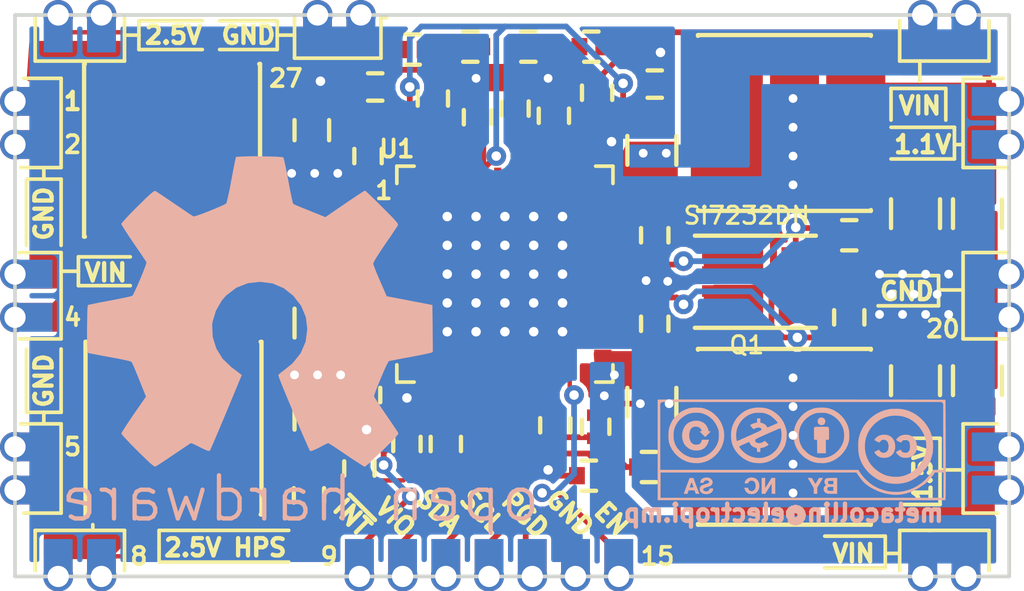
<source format=kicad_pcb>
(kicad_pcb (version 4) (host pcbnew "(2015-09-15 BZR 13, Git 37c8462)-brewed_product")
  (layers (0 F.Cu signal) (31 B.Cu signal) (34 B.Paste user) (35 F.Paste user) (36 B.SilkS user) (37 F.SilkS user) (38 B.Mask user) (39 F.Mask user) (44 Edge.Cuts user))
  (net 0 "")
  (net 1 "Net-(CBST1-Pad1)")
  (net 2 "Net-(CBST1-Pad2)")
  (net 3 "Net-(CBST2-Pad1)")
  (net 4 "Net-(CBST2-Pad2)")
  (net 5 "Net-(CBST3-Pad1)")
  (net 6 "Net-(CBST3-Pad2)")
  (net 7 "Net-(CBST4-Pad1)")
  (net 8 "Net-(CBST4-Pad2)")
  (net 9 "Net-(CCOMP1-Pad1)")
  (net 10 GND)
  (net 11 "Net-(CCOMP2-Pad1)")
  (net 12 "Net-(CCOMP3-Pad1)")
  (net 13 "Net-(CCOMP4-Pad1)")
  (net 14 1.1V)
  (net 15 1.5V_DDR)
  (net 16 2.5V)
  (net 17 2.5V_HPS)
  (net 18 SDA)
  (net 19 SCL)
  (net 20 VDDIO)
  (net 21 POWERGD)
  (net 22 EN1)
  (net 23 "Net-(Q1-Pad2)")
  (net 24 "Net-(Q1-Pad4)")
  (net 25 "Net-(RCOMP1-Pad2)")
  (net 26 "Net-(RCOMP2-Pad1)")
  (net 27 "Net-(RCOMP3-Pad1)")
  (net 28 "Net-(RCOMP4-Pad1)")
  (net 29 "Net-(RFB1-Pad1)")
  (net 30 "Net-(RFB2-Pad1)")
  (net 31 "Net-(RFB3-Pad1)")
  (net 32 "Net-(RFB4-Pad1)")
  (net 33 "Net-(RT1-Pad2)")
  (net 34 "Net-(U1-Pad5)")
  (net 35 "Net-(U1-Pad6)")
  (net 36 "Net-(U1-Pad7)")
  (net 37 "Net-(U1-Pad8)")
  (net 38 ~INT)
  (net 39 VIN1)
  (net 40 VIN2)
  (net 41 VIN3)
  (net 42 VIN4)
  (net 43 "Net-(CVDD1-Pad2)")
  (module AA_Colliefoots:GhettoViaTiny (layer F.Cu) (at 138.5 95.4)
    (fp_text reference "" hide)
    (fp_text value "" hide)
    (pad 1 thru_hole circle (at 0 0) (size 0.6096 0.6096) (drill 0.3048) (layers *.Cu) (net 10 GND))
  )
  (module AA_Colliefoots:GhettoViaTiny (layer F.Cu) (at 138.5 94.4)
    (fp_text reference "" hide)
    (fp_text value "" hide)
    (pad 1 thru_hole circle (at 0 0) (size 0.6096 0.6096) (drill 0.3048) (layers *.Cu) (net 10 GND))
  )
  (module AA_Colliefoots:GhettoViaTiny (layer F.Cu) (at 138.5 93.4)
    (fp_text reference "" hide)
    (fp_text value "" hide)
    (pad 1 thru_hole circle (at 0 0) (size 0.6096 0.6096) (drill 0.3048) (layers *.Cu) (net 10 GND))
  )
  (module AA_Colliefoots:GhettoViaTiny (layer F.Cu) (at 138.5 92.4)
    (fp_text reference "" hide)
    (fp_text value "" hide)
    (pad 1 thru_hole circle (at 0 0) (size 0.6096 0.6096) (drill 0.3048) (layers *.Cu) (net 10 GND))
  )
  (module AA_Colliefoots:GhettoViaTiny (layer F.Cu) (at 138.5 106.1)
    (fp_text reference "" hide)
    (fp_text value "" hide)
    (pad 1 thru_hole circle (at 0 0) (size 0.6096 0.6096) (drill 0.3048) (layers *.Cu) (net 10 GND))
  )
  (module AA_Colliefoots:GhettoViaTiny (layer F.Cu) (at 138.5 105.1)
    (fp_text reference "" hide)
    (fp_text value "" hide)
    (pad 1 thru_hole circle (at 0 0) (size 0.6096 0.6096) (drill 0.3048) (layers *.Cu) (net 10 GND))
  )
  (module AA_Colliefoots:GhettoViaTiny (layer F.Cu) (at 138.5 104.1)
    (fp_text reference "" hide)
    (fp_text value "" hide)
    (pad 1 thru_hole circle (at 0 0) (size 0.6096 0.6096) (drill 0.3048) (layers *.Cu) (net 10 GND))
  )
  (module AA_Colliefoots:GhettoViaTiny (layer F.Cu) (at 138.5 103.1)
    (fp_text reference "" hide)
    (fp_text value "" hide)
    (pad 1 thru_hole circle (at 0 0) (size 0.6096 0.6096) (drill 0.3048) (layers *.Cu) (net 10 GND))
  )
  (module AA_Colliefoots:GhettoViaTiny (layer F.Cu) (at 138.5 102.1)
    (fp_text reference "" hide)
    (fp_text value "" hide)
    (pad 1 thru_hole circle (at 0 0) (size 0.6096 0.6096) (drill 0.3048) (layers *.Cu) (net 10 GND))
  )
  (module AA_Colliefoots:GhettoViaTiny (layer F.Cu) (at 131.95 102.725)
    (fp_text reference "" hide)
    (fp_text value "" hide)
    (pad 1 thru_hole circle (at 0 0) (size 0.6096 0.6096) (drill 0.3048) (layers *.Cu) (net 40 VIN2))
  )
  (module AA_Colliefoots:GhettoViaTiny (layer F.Cu) (at 132.3 102)
    (fp_text reference "" hide)
    (fp_text value "" hide)
    (pad 1 thru_hole circle (at 0 0) (size 0.6096 0.6096) (drill 0.3048) (layers *.Cu) (net 40 VIN2))
  )
  (module w_logo:Logo_silk_OSHW_12x13mm (layer B.Cu) (at 120 99.8 180)
    (fp_text reference G*** hide)
    (fp_text value LOGO hide)
    (fp_text user "open hardware" (at -1.4 -6.5 180) (layer B.SilkS) (effects (font (size 1.5 1.5)) (justify mirror)))
  )
  (module AA_Colliefoots:GhettoViaTiny (layer F.Cu) (at 133.3 94.3)
    (fp_text reference "" hide)
    (fp_text value "" hide)
    (pad 1 thru_hole circle (at 0 0) (size 0.6096 0.6096) (drill 0.3048) (layers *.Cu) (net 39 VIN1))
  )
  (module AA_Colliefoots:GhettoViaTiny (layer F.Cu) (at 134.1 94.3)
    (fp_text reference "" hide)
    (fp_text value "" hide)
    (pad 1 thru_hole circle (at 0 0) (size 0.6096 0.6096) (drill 0.3048) (layers *.Cu) (net 39 VIN1))
  )
  (module AA_Colliefoots:GhettoViaTiny (layer F.Cu) (at 130 91.7)
    (fp_text reference "" hide)
    (fp_text value "" hide)
    (pad 1 thru_hole circle (at 0 0) (size 0.6096 0.6096) (drill 0.3048) (layers *.Cu) (net 10 GND))
  )
  (module AA_Colliefoots:GhettoViaTiny (layer F.Cu) (at 127.5 91.7)
    (fp_text reference "" hide)
    (fp_text value "" hide)
    (pad 1 thru_hole circle (at 0 0) (size 0.6096 0.6096) (drill 0.3048) (layers *.Cu) (net 10 GND))
  )
  (module AA_Colliefoots:GhettoViaTiny (layer F.Cu) (at 133.4 98.725)
    (fp_text reference "" hide)
    (fp_text value "" hide)
    (pad 1 thru_hole circle (at 0 0) (size 0.6096 0.6096) (drill 0.3048) (layers *.Cu) (net 10 GND))
  )
  (module AA_Colliefoots:GhettoViaTiny (layer F.Cu) (at 134.15 98.75)
    (fp_text reference "" hide)
    (fp_text value "" hide)
    (pad 1 thru_hole circle (at 0 0) (size 0.6096 0.6096) (drill 0.3048) (layers *.Cu) (net 10 GND))
  )
  (module AA_Colliefoots:GhettoViaTiny (layer F.Cu) (at 134.2 103)
    (fp_text reference "" hide)
    (fp_text value "" hide)
    (pad 1 thru_hole circle (at 0 0) (size 0.6096 0.6096) (drill 0.3048) (layers *.Cu) (net 10 GND))
  )
  (module AA_Colliefoots:GhettoViaTiny (layer F.Cu) (at 133.2 103)
    (fp_text reference "" hide)
    (fp_text value "" hide)
    (pad 1 thru_hole circle (at 0 0) (size 0.6096 0.6096) (drill 0.3048) (layers *.Cu) (net 10 GND))
  )
  (module AA_Colliefoots:GhettoViaTiny (layer F.Cu) (at 121.9 95)
    (fp_text reference "" hide)
    (fp_text value "" hide)
    (pad 1 thru_hole circle (at 0 0) (size 0.6096 0.6096) (drill 0.3048) (layers *.Cu) (net 10 GND))
  )
  (module AA_Colliefoots:GhettoViaTiny (layer F.Cu) (at 121.1 95)
    (fp_text reference "" hide)
    (fp_text value "" hide)
    (pad 1 thru_hole circle (at 0 0) (size 0.6096 0.6096) (drill 0.3048) (layers *.Cu) (net 10 GND))
  )
  (module AA_Colliefoots:GhettoViaTiny (layer F.Cu) (at 122.7 95)
    (fp_text reference "" hide)
    (fp_text value "" hide)
    (pad 1 thru_hole circle (at 0 0) (size 0.6096 0.6096) (drill 0.3048) (layers *.Cu) (net 10 GND))
  )
  (module AA_Colliefoots:GhettoViaTiny (layer F.Cu) (at 122.8 102)
    (fp_text reference "" hide)
    (fp_text value "" hide)
    (pad 1 thru_hole circle (at 0 0) (size 0.6096 0.6096) (drill 0.3048) (layers *.Cu) (net 10 GND))
  )
  (module AA_Colliefoots:GhettoViaTiny (layer F.Cu) (at 122 102)
    (fp_text reference "" hide)
    (fp_text value "" hide)
    (pad 1 thru_hole circle (at 0 0) (size 0.6096 0.6096) (drill 0.3048) (layers *.Cu) (net 10 GND))
  )
  (module AA_Colliefoots:GhettoViaTiny (layer F.Cu) (at 121.2 102)
    (fp_text reference "" hide)
    (fp_text value "" hide)
    (pad 1 thru_hole circle (at 0 0) (size 0.6096 0.6096) (drill 0.3048) (layers *.Cu) (net 10 GND))
  )
  (module AA_Colliefoots:GhettoViaTiny (layer F.Cu) (at 143.9 98.5)
    (fp_text reference "" hide)
    (fp_text value "" hide)
    (pad 1 thru_hole circle (at 0 0) (size 0.6096 0.6096) (drill 0.3048) (layers *.Cu) (net 10 GND))
  )
  (module AA_Colliefoots:GhettoViaTiny (layer F.Cu) (at 143.9 99.9)
    (fp_text reference "" hide)
    (fp_text value "" hide)
    (pad 1 thru_hole circle (at 0 0) (size 0.6096 0.6096) (drill 0.3048) (layers *.Cu) (net 10 GND))
  )
  (module AA_Colliefoots:GhettoViaTiny (layer F.Cu) (at 143.5 99.2)
    (fp_text reference "" hide)
    (fp_text value "" hide)
    (pad 1 thru_hole circle (at 0 0) (size 0.6096 0.6096) (drill 0.3048) (layers *.Cu) (net 10 GND))
  )
  (module AA_Colliefoots:GhettoViaTiny (layer F.Cu) (at 143.1 99.9)
    (fp_text reference "" hide)
    (fp_text value "" hide)
    (pad 1 thru_hole circle (at 0 0) (size 0.6096 0.6096) (drill 0.3048) (layers *.Cu) (net 10 GND))
  )
  (module AA_Colliefoots:GhettoViaTiny (layer F.Cu) (at 142.3 99.9)
    (fp_text reference "" hide)
    (fp_text value "" hide)
    (pad 1 thru_hole circle (at 0 0) (size 0.6096 0.6096) (drill 0.3048) (layers *.Cu) (net 10 GND))
  )
  (module AA_Colliefoots:GhettoViaTiny (layer F.Cu) (at 141.5 99.9)
    (fp_text reference "" hide)
    (fp_text value "" hide)
    (pad 1 thru_hole circle (at 0 0) (size 0.6096 0.6096) (drill 0.3048) (layers *.Cu) (net 10 GND))
  )
  (module AA_Colliefoots:GhettoViaTiny (layer F.Cu) (at 141.9 99.2)
    (fp_text reference "" hide)
    (fp_text value "" hide)
    (pad 1 thru_hole circle (at 0 0) (size 0.6096 0.6096) (drill 0.3048) (layers *.Cu) (net 10 GND))
  )
  (module AA_Colliefoots:GhettoViaTiny (layer F.Cu) (at 142.7 99.2)
    (fp_text reference "" hide)
    (fp_text value "" hide)
    (pad 1 thru_hole circle (at 0 0) (size 0.6096 0.6096) (drill 0.3048) (layers *.Cu) (net 10 GND))
  )
  (module AA_Colliefoots:GhettoViaTiny (layer F.Cu) (at 143.1 98.5)
    (fp_text reference "" hide)
    (fp_text value "" hide)
    (pad 1 thru_hole circle (at 0 0) (size 0.6096 0.6096) (drill 0.3048) (layers *.Cu) (net 10 GND))
  )
  (module AA_Colliefoots:GhettoViaTiny (layer F.Cu) (at 142.3 98.5)
    (fp_text reference "" hide)
    (fp_text value "" hide)
    (pad 1 thru_hole circle (at 0 0) (size 0.6096 0.6096) (drill 0.3048) (layers *.Cu) (net 10 GND))
  )
  (module AA_Colliefoots:GhettoViaTiny (layer F.Cu) (at 141.5 98.5)
    (fp_text reference "" hide)
    (fp_text value "" hide)
    (pad 1 thru_hole circle (at 0 0) (size 0.6096 0.6096) (drill 0.3048) (layers *.Cu) (net 10 GND))
  )
  (module w_logo:Logo_silk_CC-BY-NC-SA_10x3.6mm (layer B.Cu) (at 138.8 104.6 180)
    (fp_text reference G*** hide)
    (fp_text value LOGO hide)
  )
  (module footprints:C_0402 (layer F.Cu) (at 133.7 97.15 90)
    (fp_text reference CBST1)
    (fp_text value 0.1µF)
    (pad 1 smd rect (at -0.4 0 90) (size 0.4 0.6) (layers F.Cu F.Paste F.Mask) (net 1 "Net-(CBST1-Pad1)"))
    (pad 2 smd rect (at 0.4 0 90) (size 0.4 0.6) (layers F.Cu F.Paste F.Mask) (net 2 "Net-(CBST1-Pad2)"))
  )
  (module footprints:C_0402 (layer F.Cu) (at 133.7 100.225 90)
    (fp_text reference CBST2)
    (fp_text value 0.1µF)
    (pad 1 smd rect (at -0.4 0 90) (size 0.4 0.6) (layers F.Cu F.Paste F.Mask) (net 3 "Net-(CBST2-Pad1)"))
    (pad 2 smd rect (at 0.4 0 90) (size 0.4 0.6) (layers F.Cu F.Paste F.Mask) (net 4 "Net-(CBST2-Pad2)"))
  )
  (module footprints:C_0402 (layer F.Cu) (at 123.75 94.4 90)
    (fp_text reference CBST3)
    (fp_text value 0.1µF)
    (pad 1 smd rect (at -0.4 0 90) (size 0.4 0.6) (layers F.Cu F.Paste F.Mask) (net 5 "Net-(CBST3-Pad1)"))
    (pad 2 smd rect (at 0.4 0 90) (size 0.4 0.6) (layers F.Cu F.Paste F.Mask) (net 6 "Net-(CBST3-Pad2)"))
  )
  (module footprints:C_0402 (layer F.Cu) (at 123.7 102.7 270)
    (fp_text reference CBST4)
    (fp_text value 0.1µF)
    (pad 1 smd rect (at -0.4 0 270) (size 0.4 0.6) (layers F.Cu F.Paste F.Mask) (net 7 "Net-(CBST4-Pad1)"))
    (pad 2 smd rect (at 0.4 0 270) (size 0.4 0.6) (layers F.Cu F.Paste F.Mask) (net 8 "Net-(CBST4-Pad2)"))
  )
  (module footprints:C_0402 (layer F.Cu) (at 133.7 91.9)
    (fp_text reference CCOMP1)
    (fp_text value 2.2nF)
    (pad 1 smd rect (at -0.4 0) (size 0.4 0.6) (layers F.Cu F.Paste F.Mask) (net 9 "Net-(CCOMP1-Pad1)"))
    (pad 2 smd rect (at 0.4 0) (size 0.4 0.6) (layers F.Cu F.Paste F.Mask) (net 10 GND))
  )
  (module footprints:C_0402 (layer F.Cu) (at 131.65 103.8 90)
    (fp_text reference CCOMP2)
    (fp_text value 2.2nF)
    (pad 1 smd rect (at -0.4 0 90) (size 0.4 0.6) (layers F.Cu F.Paste F.Mask) (net 11 "Net-(CCOMP2-Pad1)"))
    (pad 2 smd rect (at 0.4 0 90) (size 0.4 0.6) (layers F.Cu F.Paste F.Mask) (net 10 GND))
  )
  (module footprints:C_0402 (layer F.Cu) (at 124 92 180)
    (fp_text reference CCOMP3)
    (fp_text value 2.2nF)
    (pad 1 smd rect (at -0.4 0 180) (size 0.4 0.6) (layers F.Cu F.Paste F.Mask) (net 12 "Net-(CCOMP3-Pad1)"))
    (pad 2 smd rect (at 0.4 0 180) (size 0.4 0.6) (layers F.Cu F.Paste F.Mask) (net 10 GND))
  )
  (module footprints:C_0402 (layer F.Cu) (at 125.1 104.4 90)
    (fp_text reference CCOMP4)
    (fp_text value 2.2nF)
    (pad 1 smd rect (at -0.4 0 90) (size 0.4 0.6) (layers F.Cu F.Paste F.Mask) (net 13 "Net-(CCOMP4-Pad1)"))
    (pad 2 smd rect (at 0.4 0 90) (size 0.4 0.6) (layers F.Cu F.Paste F.Mask) (net 10 GND))
  )
  (module footprints:C_0805 (layer F.Cu) (at 133.6 94.2 90)
    (fp_text reference CIN1)
    (fp_text value 10µF)
    (pad 1 smd rect (at -0.9 0 90) (size 0.6 1.25) (layers F.Cu F.Paste F.Mask) (net 39 VIN1))
    (pad 2 smd rect (at 0.9 0 90) (size 0.6 1.25) (layers F.Cu F.Paste F.Mask) (net 10 GND))
  )
  (module footprints:C_0805 (layer F.Cu) (at 133.6 102.95 270)
    (fp_text reference CIN2)
    (fp_text value 10µF)
    (pad 1 smd rect (at -0.9 0 270) (size 0.6 1.25) (layers F.Cu F.Paste F.Mask) (net 40 VIN2))
    (pad 2 smd rect (at 0.9 0 270) (size 0.6 1.25) (layers F.Cu F.Paste F.Mask) (net 10 GND))
  )
  (module footprints:C_0805 (layer F.Cu) (at 122.05 96.85 90)
    (fp_text reference CIN3)
    (fp_text value 10µF)
    (pad 1 smd rect (at -0.9 0 90) (size 0.6 1.25) (layers F.Cu F.Paste F.Mask) (net 41 VIN3))
    (pad 2 smd rect (at 0.9 0 90) (size 0.6 1.25) (layers F.Cu F.Paste F.Mask) (net 10 GND))
  )
  (module footprints:C_0805 (layer F.Cu) (at 122.05 100.2 270)
    (fp_text reference CIN4)
    (fp_text value 10µF)
    (pad 1 smd rect (at -0.9 0 270) (size 0.6 1.25) (layers F.Cu F.Paste F.Mask) (net 42 VIN4))
    (pad 2 smd rect (at 0.9 0 270) (size 0.6 1.25) (layers F.Cu F.Paste F.Mask) (net 10 GND))
  )
  (module footprints:C_0805 (layer F.Cu) (at 144.9 96.4 270)
    (fp_text reference COUT1V1)
    (fp_text value 47µF)
    (pad 1 smd rect (at -0.9 0 270) (size 0.6 1.25) (layers F.Cu F.Paste F.Mask) (net 14 1.1V))
    (pad 2 smd rect (at 0.9 0 270) (size 0.6 1.25) (layers F.Cu F.Paste F.Mask) (net 10 GND))
  )
  (module footprints:C_0805 (layer F.Cu) (at 142.75 102.2 90)
    (fp_text reference COUT1V2)
    (fp_text value 47µF)
    (pad 1 smd rect (at -0.9 0 90) (size 0.6 1.25) (layers F.Cu F.Paste F.Mask) (net 15 1.5V_DDR))
    (pad 2 smd rect (at 0.9 0 90) (size 0.6 1.25) (layers F.Cu F.Paste F.Mask) (net 10 GND))
  )
  (module footprints:C_0805 (layer F.Cu) (at 142.75 96.4 270)
    (fp_text reference COUT1V3)
    (fp_text value 47µF)
    (pad 1 smd rect (at -0.9 0 270) (size 0.6 1.25) (layers F.Cu F.Paste F.Mask) (net 14 1.1V))
    (pad 2 smd rect (at 0.9 0 270) (size 0.6 1.25) (layers F.Cu F.Paste F.Mask) (net 10 GND))
  )
  (module footprints:C_0805 (layer F.Cu) (at 144.9 102.2 90)
    (fp_text reference COUT1V4)
    (fp_text value 47µF)
    (pad 1 smd rect (at -0.9 0 90) (size 0.6 1.25) (layers F.Cu F.Paste F.Mask) (net 15 1.5V_DDR))
    (pad 2 smd rect (at 0.9 0 90) (size 0.6 1.25) (layers F.Cu F.Paste F.Mask) (net 10 GND))
  )
  (module footprints:C_0603 (layer F.Cu) (at 121.8 93.5 270)
    (fp_text reference COUT2.5V1)
    (fp_text value 22µF)
    (pad 1 smd rect (at -0.65 0 270) (size 0.6 0.8) (layers F.Cu F.Paste F.Mask) (net 16 2.5V))
    (pad 2 smd rect (at 0.65 0 270) (size 0.6 0.8) (layers F.Cu F.Paste F.Mask) (net 10 GND))
  )
  (module footprints:C_0603 (layer F.Cu) (at 121.8 103.55 90)
    (fp_text reference COUT2.5V_HPS1)
    (fp_text value 22µF)
    (pad 1 smd rect (at -0.65 0 90) (size 0.6 0.8) (layers F.Cu F.Paste F.Mask) (net 17 2.5V_HPS))
    (pad 2 smd rect (at 0.65 0 90) (size 0.6 0.8) (layers F.Cu F.Paste F.Mask) (net 10 GND))
  )
  (module footprints:C_0402 (layer F.Cu) (at 128.85 92.75 270)
    (fp_text reference CVDD1)
    (fp_text value 1µF)
    (pad 1 smd rect (at -0.4 0 270) (size 0.4 0.6) (layers F.Cu F.Paste F.Mask) (net 10 GND))
    (pad 2 smd rect (at 0.4 0 270) (size 0.4 0.6) (layers F.Cu F.Paste F.Mask) (net 43 "Net-(CVDD1-Pad2)"))
  )
  (module footprints:C_0402 (layer F.Cu) (at 127.55 93.05 90)
    (fp_text reference CVREG1)
    (fp_text value 1µF)
    (pad 1 smd rect (at -0.4 0 90) (size 0.4 0.6) (layers F.Cu F.Paste F.Mask) (net 22 EN1))
    (pad 2 smd rect (at 0.4 0 90) (size 0.4 0.6) (layers F.Cu F.Paste F.Mask) (net 10 GND))
  )
  (module footprints:TYD6045 (layer F.Cu) (at 138.2005 93.25)
    (fp_text reference L1V1)
    (fp_text value 2.2µH)
    (pad 1 smd rect (at 2.3495 0 270) (size 5.69976 1.79832) (layers F.Cu F.Paste F.Mask) (net 14 1.1V))
    (pad 2 smd rect (at -2.3495 0 90) (size 5.69976 1.79832) (layers F.Cu F.Paste F.Mask) (net 2 "Net-(CBST1-Pad2)"))
  )
  (module footprints:TYD6045 (layer F.Cu) (at 138.2 104.15)
    (fp_text reference L1V2)
    (fp_text value 2.2µH)
    (pad 1 smd rect (at 2.3495 0 270) (size 5.69976 1.79832) (layers F.Cu F.Paste F.Mask) (net 15 1.5V_DDR))
    (pad 2 smd rect (at -2.3495 0 90) (size 5.69976 1.79832) (layers F.Cu F.Paste F.Mask) (net 3 "Net-(CBST2-Pad1)"))
  )
  (module footprints:TYD6045 (layer F.Cu) (at 116.95 94.2 90)
    (fp_text reference L2V1)
    (fp_text value 4.7µH)
    (pad 1 smd rect (at 2.3495 0) (size 5.69976 1.79832) (layers F.Cu F.Paste F.Mask) (net 16 2.5V))
    (pad 2 smd rect (at -2.3495 0 180) (size 5.69976 1.79832) (layers F.Cu F.Paste F.Mask) (net 6 "Net-(CBST3-Pad2)"))
  )
  (module footprints:TYD6045 (layer F.Cu) (at 117 103.8495 270)
    (fp_text reference L_HPS1)
    (fp_text value 4.7µH)
    (pad 1 smd rect (at 2.3495 0 180) (size 5.69976 1.79832) (layers F.Cu F.Paste F.Mask) (net 17 2.5V_HPS))
    (pad 2 smd rect (at -2.3495 0) (size 5.69976 1.79832) (layers F.Cu F.Paste F.Mask) (net 8 "Net-(CBST4-Pad2)"))
  )
  (module footprints:Castillated_6 (layer B.Cu) (at 127.95 109 180)
    (fp_text reference P1 hide)
    (fp_text value CONN_01X06 hide)
    (pad 3 thru_hole circle (at 0 0 180) (size 1.0414 1.0414) (drill 0.7366) (layers *.Cu *.Mask) (net 19 SCL))
    (pad 1 smd rect (at -3 0.7 180) (size 1 1.2) (layers *.Cu *.Mask) (net 10 GND))
    (pad 2 thru_hole circle (at -1.5 0 180) (size 1.0414 1.0414) (drill 0.7366) (layers *.Cu *.Mask) (net 21 POWERGD))
    (pad 1 thru_hole circle (at -3 0 180) (size 1.0414 1.0414) (drill 0.7366) (layers *.Cu *.Mask) (net 10 GND))
    (pad 4 thru_hole circle (at 1.5 0 180) (size 1.0414 1.0414) (drill 0.7366) (layers *.Cu *.Mask) (net 18 SDA))
    (pad 5 thru_hole circle (at 3 0 180) (size 1.0414 1.0414) (drill 0.7366) (layers *.Cu *.Mask) (net 20 VDDIO))
    (pad 6 thru_hole circle (at 4.5 0 180) (size 1.0414 1.0414) (drill 0.7366) (layers *.Cu *.Mask) (net 38 ~INT))
    (pad 2 smd rect (at -1.5 0.7 180) (size 1 1.2) (layers *.Cu *.Mask) (net 21 POWERGD))
    (pad 3 smd rect (at 0 0.7 180) (size 1 1.2) (layers *.Cu *.Mask) (net 19 SCL))
    (pad 4 smd rect (at 1.5 0.7 180) (size 1 1.2) (layers *.Cu *.Mask) (net 18 SDA))
    (pad 5 smd rect (at 3 0.7 180) (size 1 1.2) (layers *.Cu *.Mask) (net 20 VDDIO))
    (pad 6 smd rect (at 4.5 0.7 180) (size 1 1.2) (layers *.Cu *.Mask) (net 38 ~INT))
  )
  (module footprints:Castillated_2 (layer F.Cu) (at 111.5 107.5 270)
    (fp_text reference P2 hide)
    (fp_text value CONN_01X02 hide)
    (pad 1 smd rect (at -3 -0.7 270) (size 1 1.2) (layers *.Cu *.Mask) (net 10 GND))
    (pad 2 thru_hole circle (at -1.5 0 270) (size 1.0414 1.0414) (drill 0.7366) (layers *.Cu *.Mask) (net 10 GND))
    (pad 1 thru_hole circle (at -3 0 270) (size 1.0414 1.0414) (drill 0.7366) (layers *.Cu *.Mask) (net 10 GND))
    (pad 2 smd rect (at -1.5 -0.7 270) (size 1 1.2) (layers *.Cu *.Mask) (net 10 GND))
  )
  (module footprints:Castillated_2 (layer F.Cu) (at 111.5 95.5 270)
    (fp_text reference P3 hide)
    (fp_text value CONN_01X02 hide)
    (pad 1 smd rect (at -3 -0.7 270) (size 1 1.2) (layers *.Cu *.Mask) (net 10 GND))
    (pad 2 thru_hole circle (at -1.5 0 270) (size 1.0414 1.0414) (drill 0.7366) (layers *.Cu *.Mask) (net 10 GND))
    (pad 1 thru_hole circle (at -3 0 270) (size 1.0414 1.0414) (drill 0.7366) (layers *.Cu *.Mask) (net 10 GND))
    (pad 2 smd rect (at -1.5 -0.7 270) (size 1 1.2) (layers *.Cu *.Mask) (net 10 GND))
  )
  (module footprints:Castillated_2 (layer F.Cu) (at 120.5 89.5 180)
    (fp_text reference P4 hide)
    (fp_text value CONN_01X02 hide)
    (pad 1 smd rect (at -3 -0.7 180) (size 1 1.2) (layers *.Cu *.Mask) (net 10 GND))
    (pad 2 thru_hole circle (at -1.5 0 180) (size 1.0414 1.0414) (drill 0.7366) (layers *.Cu *.Mask) (net 10 GND))
    (pad 1 thru_hole circle (at -3 0 180) (size 1.0414 1.0414) (drill 0.7366) (layers *.Cu *.Mask) (net 10 GND))
    (pad 2 smd rect (at -1.5 -0.7 180) (size 1 1.2) (layers *.Cu *.Mask) (net 10 GND))
  )
  (module footprints:Castillated_2 (layer F.Cu) (at 146 97 90)
    (fp_text reference P5 hide)
    (fp_text value CONN_01X02 hide)
    (pad 1 smd rect (at -3 -0.7 90) (size 1 1.2) (layers *.Cu *.Mask) (net 10 GND))
    (pad 2 thru_hole circle (at -1.5 0 90) (size 1.0414 1.0414) (drill 0.7366) (layers *.Cu *.Mask) (net 10 GND))
    (pad 1 thru_hole circle (at -3 0 90) (size 1.0414 1.0414) (drill 0.7366) (layers *.Cu *.Mask) (net 10 GND))
    (pad 2 smd rect (at -1.5 -0.7 90) (size 1 1.2) (layers *.Cu *.Mask) (net 10 GND))
  )
  (module footprints:Castillated_2 (layer F.Cu) (at 116 109)
    (fp_text reference P6 hide)
    (fp_text value CONN_01X02 hide)
    (pad 1 smd rect (at -3 -0.7) (size 1 1.2) (layers *.Cu *.Mask) (net 17 2.5V_HPS))
    (pad 2 thru_hole circle (at -1.5 0) (size 1.0414 1.0414) (drill 0.7366) (layers *.Cu *.Mask) (net 17 2.5V_HPS))
    (pad 1 thru_hole circle (at -3 0) (size 1.0414 1.0414) (drill 0.7366) (layers *.Cu *.Mask) (net 17 2.5V_HPS))
    (pad 2 smd rect (at -1.5 -0.7) (size 1 1.2) (layers *.Cu *.Mask) (net 17 2.5V_HPS))
  )
  (module footprints:Castillated_2 (layer F.Cu) (at 111.5 89.5 180)
    (fp_text reference P7 hide)
    (fp_text value CONN_01X02 hide)
    (pad 1 smd rect (at -3 -0.7 180) (size 1 1.2) (layers *.Cu *.Mask) (net 16 2.5V))
    (pad 2 thru_hole circle (at -1.5 0 180) (size 1.0414 1.0414) (drill 0.7366) (layers *.Cu *.Mask) (net 16 2.5V))
    (pad 1 thru_hole circle (at -3 0 180) (size 1.0414 1.0414) (drill 0.7366) (layers *.Cu *.Mask) (net 16 2.5V))
    (pad 2 smd rect (at -1.5 -0.7 180) (size 1 1.2) (layers *.Cu *.Mask) (net 16 2.5V))
  )
  (module footprints:Castillated_2 (layer F.Cu) (at 146 103 90)
    (fp_text reference P8 hide)
    (fp_text value CONN_01X02 hide)
    (pad 1 smd rect (at -3 -0.7 90) (size 1 1.2) (layers *.Cu *.Mask) (net 15 1.5V_DDR))
    (pad 2 thru_hole circle (at -1.5 0 90) (size 1.0414 1.0414) (drill 0.7366) (layers *.Cu *.Mask) (net 15 1.5V_DDR))
    (pad 1 thru_hole circle (at -3 0 90) (size 1.0414 1.0414) (drill 0.7366) (layers *.Cu *.Mask) (net 15 1.5V_DDR))
    (pad 2 smd rect (at -1.5 -0.7 90) (size 1 1.2) (layers *.Cu *.Mask) (net 15 1.5V_DDR))
  )
  (module footprints:Castillated_2 (layer F.Cu) (at 146 91 90)
    (fp_text reference P9 hide)
    (fp_text value CONN_01X02 hide)
    (pad 1 smd rect (at -3 -0.7 90) (size 1 1.2) (layers *.Cu *.Mask) (net 14 1.1V))
    (pad 2 thru_hole circle (at -1.5 0 90) (size 1.0414 1.0414) (drill 0.7366) (layers *.Cu *.Mask) (net 14 1.1V))
    (pad 1 thru_hole circle (at -3 0 90) (size 1.0414 1.0414) (drill 0.7366) (layers *.Cu *.Mask) (net 14 1.1V))
    (pad 2 smd rect (at -1.5 -0.7 90) (size 1 1.2) (layers *.Cu *.Mask) (net 14 1.1V))
  )
  (module footprints:Castillated_2 (layer F.Cu) (at 141.5 89.5 180)
    (fp_text reference P10 hide)
    (fp_text value CONN_01X02 hide)
    (pad 1 smd rect (at -3 -0.7 180) (size 1 1.2) (layers *.Cu *.Mask) (net 39 VIN1))
    (pad 2 thru_hole circle (at -1.5 0 180) (size 1.0414 1.0414) (drill 0.7366) (layers *.Cu *.Mask) (net 39 VIN1))
    (pad 1 thru_hole circle (at -3 0 180) (size 1.0414 1.0414) (drill 0.7366) (layers *.Cu *.Mask) (net 39 VIN1))
    (pad 2 smd rect (at -1.5 -0.7 180) (size 1 1.2) (layers *.Cu *.Mask) (net 39 VIN1))
  )
  (module footprints:Castillated_2 (layer F.Cu) (at 146 109)
    (fp_text reference P11 hide)
    (fp_text value CONN_01X02 hide)
    (pad 1 smd rect (at -3 -0.7) (size 1 1.2) (layers *.Cu *.Mask) (net 40 VIN2))
    (pad 2 thru_hole circle (at -1.5 0) (size 1.0414 1.0414) (drill 0.7366) (layers *.Cu *.Mask) (net 40 VIN2))
    (pad 1 thru_hole circle (at -3 0) (size 1.0414 1.0414) (drill 0.7366) (layers *.Cu *.Mask) (net 40 VIN2))
    (pad 2 smd rect (at -1.5 -0.7) (size 1 1.2) (layers *.Cu *.Mask) (net 40 VIN2))
  )
  (module footprints:Castillated_2 (layer F.Cu) (at 111.5 101.5 270)
    (fp_text reference P12 hide)
    (fp_text value CONN_01X02 hide)
    (pad 1 smd rect (at -3 -0.7 270) (size 1 1.2) (layers *.Cu *.Mask) (net 41 VIN3))
    (pad 2 thru_hole circle (at -1.5 0 270) (size 1.0414 1.0414) (drill 0.7366) (layers *.Cu *.Mask) (net 42 VIN4))
    (pad 1 thru_hole circle (at -3 0 270) (size 1.0414 1.0414) (drill 0.7366) (layers *.Cu *.Mask) (net 41 VIN3))
    (pad 2 smd rect (at -1.5 -0.7 270) (size 1 1.2) (layers *.Cu *.Mask) (net 42 VIN4))
  )
  (module footprints:Castillated_1 (layer F.Cu) (at 135.45 109)
    (fp_text reference P13 hide)
    (fp_text value CONN_01X01 hide)
    (pad 1 smd rect (at -3 -0.7) (size 1 1.2) (layers *.Cu *.Mask) (net 22 EN1))
    (pad 1 thru_hole circle (at -3 0) (size 1.0414 1.0414) (drill 0.7366) (layers *.Cu *.Mask) (net 22 EN1))
  )
  (module footprints:PowerPak1212 (layer F.Cu) (at 138.5925 97.565 180)
    (fp_text reference Q1 (at 1.7 -3.4 180) (layer F.SilkS) (effects (font (size 0.6 0.6) (thickness 0.1))))
    (fp_text value Si7232DN (at 1.7 1.1 180) (layer F.SilkS) (effects (font (size 0.6 0.6) (thickness 0.1))))
    (pad 1 smd rect (at 0 -2.1825 180) (size 0.99 0.405) (layers F.Cu F.Paste F.Mask) (net 10 GND))
    (pad 2 smd rect (at 0 -1.5225 180) (size 0.99 0.405) (layers F.Cu F.Paste F.Mask) (net 23 "Net-(Q1-Pad2)"))
    (pad 3 smd rect (at 0 -0.8625 180) (size 0.99 0.405) (layers F.Cu F.Paste F.Mask) (net 10 GND))
    (pad 4 smd rect (at 0 -0.2025 180) (size 0.99 0.405) (layers F.Cu F.Paste F.Mask) (net 24 "Net-(Q1-Pad4)"))
    (pad 6 smd rect (at 1.9925 -1.8 180) (size 1.725 0.99) (layers F.Cu F.Paste F.Mask) (net 3 "Net-(CBST2-Pad1)"))
    (pad 5 smd rect (at 1.9925 -0.585 180) (size 1.725 0.99) (layers F.Cu F.Paste F.Mask) (net 2 "Net-(CBST1-Pad2)"))
    (pad 5 smd rect (at 2.87 -0.2025 180) (size 0.76 0.405) (layers F.Cu F.Paste F.Mask) (net 2 "Net-(CBST1-Pad2)"))
    (pad 5 smd rect (at 2.87 -0.8625 180) (size 0.76 0.405) (layers F.Cu F.Paste F.Mask) (net 2 "Net-(CBST1-Pad2)"))
    (pad 6 smd rect (at 2.87 -1.5225 180) (size 0.76 0.405) (layers F.Cu F.Paste F.Mask) (net 3 "Net-(CBST2-Pad1)"))
    (pad 6 smd rect (at 2.87 -2.1825 180) (size 0.76 0.405) (layers F.Cu F.Paste F.Mask) (net 3 "Net-(CBST2-Pad1)"))
  )
  (module footprints:R_0402 (layer F.Cu) (at 140.45 97.15 180)
    (fp_text reference R9)
    (fp_text value 22kΩ)
    (pad 1 smd rect (at -0.415 0 180) (size 0.55 0.6) (layers F.Cu F.Paste F.Mask) (net 10 GND))
    (pad 2 smd rect (at 0.415 0 180) (size 0.55 0.6) (layers F.Cu F.Paste F.Mask) (net 24 "Net-(Q1-Pad4)"))
  )
  (module footprints:R_0402 (layer F.Cu) (at 140.45 100 270)
    (fp_text reference R10)
    (fp_text value 22kΩ)
    (pad 1 smd rect (at -0.415 0 270) (size 0.55 0.6) (layers F.Cu F.Paste F.Mask) (net 10 GND))
    (pad 2 smd rect (at 0.415 0 270) (size 0.55 0.6) (layers F.Cu F.Paste F.Mask) (net 23 "Net-(Q1-Pad2)"))
  )
  (module footprints:R_0402 (layer F.Cu) (at 131.7 92.2 270)
    (fp_text reference RCOMP1)
    (fp_text value 10kΩ)
    (pad 1 smd rect (at -0.415 0 270) (size 0.55 0.6) (layers F.Cu F.Paste F.Mask) (net 9 "Net-(CCOMP1-Pad1)"))
    (pad 2 smd rect (at 0.415 0 270) (size 0.55 0.6) (layers F.Cu F.Paste F.Mask) (net 25 "Net-(RCOMP1-Pad2)"))
  )
  (module footprints:R_0402 (layer F.Cu) (at 130.25 103.75 270)
    (fp_text reference RCOMP2)
    (fp_text value 6.81kΩ)
    (pad 1 smd rect (at -0.415 0 270) (size 0.55 0.6) (layers F.Cu F.Paste F.Mask) (net 26 "Net-(RCOMP2-Pad1)"))
    (pad 2 smd rect (at 0.415 0 270) (size 0.55 0.6) (layers F.Cu F.Paste F.Mask) (net 11 "Net-(CCOMP2-Pad1)"))
  )
  (module footprints:R_0402 (layer F.Cu) (at 126 92.4 90)
    (fp_text reference RCOMP3)
    (fp_text value 10kΩ)
    (pad 1 smd rect (at -0.415 0 90) (size 0.55 0.6) (layers F.Cu F.Paste F.Mask) (net 27 "Net-(RCOMP3-Pad1)"))
    (pad 2 smd rect (at 0.415 0 90) (size 0.55 0.6) (layers F.Cu F.Paste F.Mask) (net 12 "Net-(CCOMP3-Pad1)"))
  )
  (module footprints:R_0402 (layer F.Cu) (at 126.45 104.4 270)
    (fp_text reference RCOMP4)
    (fp_text value 10kΩ)
    (pad 1 smd rect (at -0.415 0 270) (size 0.55 0.6) (layers F.Cu F.Paste F.Mask) (net 28 "Net-(RCOMP4-Pad1)"))
    (pad 2 smd rect (at 0.415 0 270) (size 0.55 0.6) (layers F.Cu F.Paste F.Mask) (net 13 "Net-(CCOMP4-Pad1)"))
  )
  (module footprints:R_0402 (layer F.Cu) (at 129.315 90.6 180)
    (fp_text reference RFB1)
    (fp_text value 13.3kΩ)
    (pad 1 smd rect (at -0.415 0 180) (size 0.55 0.6) (layers F.Cu F.Paste F.Mask) (net 29 "Net-(RFB1-Pad1)"))
    (pad 2 smd rect (at 0.415 0 180) (size 0.55 0.6) (layers F.Cu F.Paste F.Mask) (net 10 GND))
  )
  (module footprints:R_0402 (layer F.Cu) (at 131.415 105.5 180)
    (fp_text reference RFB2)
    (fp_text value 10.2kΩ)
    (pad 1 smd rect (at -0.415 0 180) (size 0.55 0.6) (layers F.Cu F.Paste F.Mask) (net 30 "Net-(RFB2-Pad1)"))
    (pad 2 smd rect (at 0.415 0 180) (size 0.55 0.6) (layers F.Cu F.Paste F.Mask) (net 10 GND))
  )
  (module footprints:R_0402 (layer F.Cu) (at 127.3 90.6)
    (fp_text reference RFB3)
    (fp_text value 10.2kΩ)
    (pad 1 smd rect (at -0.415 0) (size 0.55 0.6) (layers F.Cu F.Paste F.Mask) (net 31 "Net-(RFB3-Pad1)"))
    (pad 2 smd rect (at 0.415 0) (size 0.55 0.6) (layers F.Cu F.Paste F.Mask) (net 10 GND))
  )
  (module footprints:R_0402 (layer F.Cu) (at 123.45 105.25 90)
    (fp_text reference RFB4)
    (fp_text value 10.2kΩ)
    (pad 1 smd rect (at -0.415 0 90) (size 0.55 0.6) (layers F.Cu F.Paste F.Mask) (net 32 "Net-(RFB4-Pad1)"))
    (pad 2 smd rect (at 0.415 0 90) (size 0.55 0.6) (layers F.Cu F.Paste F.Mask) (net 10 GND))
  )
  (module footprints:R_0402 (layer F.Cu) (at 131.5 90.6 180)
    (fp_text reference RFB5)
    (fp_text value 4.99kΩ)
    (pad 1 smd rect (at -0.415 0 180) (size 0.55 0.6) (layers F.Cu F.Paste F.Mask) (net 14 1.1V))
    (pad 2 smd rect (at 0.415 0 180) (size 0.55 0.6) (layers F.Cu F.Paste F.Mask) (net 29 "Net-(RFB1-Pad1)"))
  )
  (module footprints:R_0402 (layer F.Cu) (at 133.5 105.2 180)
    (fp_text reference RFB6)
    (fp_text value 8.87kΩ)
    (pad 1 smd rect (at -0.415 0 180) (size 0.55 0.6) (layers F.Cu F.Paste F.Mask) (net 15 1.5V_DDR))
    (pad 2 smd rect (at 0.415 0 180) (size 0.55 0.6) (layers F.Cu F.Paste F.Mask) (net 30 "Net-(RFB2-Pad1)"))
  )
  (module footprints:R_0402 (layer F.Cu) (at 125.3 90.7)
    (fp_text reference RFB7)
    (fp_text value 21.5kΩ)
    (pad 1 smd rect (at -0.415 0) (size 0.55 0.6) (layers F.Cu F.Paste F.Mask) (net 16 2.5V))
    (pad 2 smd rect (at 0.415 0) (size 0.55 0.6) (layers F.Cu F.Paste F.Mask) (net 31 "Net-(RFB3-Pad1)"))
  )
  (module footprints:R_0402 (layer F.Cu) (at 121.7 106.185 90)
    (fp_text reference RFB8)
    (fp_text value 21.5kΩ)
    (pad 1 smd rect (at -0.415 0 90) (size 0.55 0.6) (layers F.Cu F.Paste F.Mask) (net 17 2.5V_HPS))
    (pad 2 smd rect (at 0.415 0 90) (size 0.55 0.6) (layers F.Cu F.Paste F.Mask) (net 32 "Net-(RFB4-Pad1)"))
  )
  (module footprints:R_0402 (layer F.Cu) (at 130.2 93 270)
    (fp_text reference RT1)
    (fp_text value 38.4kΩ)
    (pad 1 smd rect (at -0.415 0 270) (size 0.55 0.6) (layers F.Cu F.Paste F.Mask) (net 10 GND))
    (pad 2 smd rect (at 0.415 0 270) (size 0.55 0.6) (layers F.Cu F.Paste F.Mask) (net 33 "Net-(RT1-Pad2)"))
  )
  (module footprints:QFN-48-TE (layer F.Cu) (at 128.5 98.5)
    (fp_text reference U1 (at -3.75 -4.35 180) (layer F.SilkS) (effects (font (size 0.6 0.6) (thickness 0.127))))
    (fp_text value ADP5050)
    (fp_text user 1 (at -4.2 -2.9) (layer F.SilkS) (effects (font (size 0.6 0.6) (thickness 0.127))))
    (pad 1 smd rect (at -3.39852 -2.74828) (size 0.59944 0.24892) (layers F.Cu F.Paste F.Mask) (net 5 "Net-(CBST3-Pad1)"))
    (pad 2 smd rect (at -3.39852 -2.2479) (size 0.59944 0.24892) (layers F.Cu F.Paste F.Mask) (net 10 GND))
    (pad 3 smd rect (at -3.39852 -1.74752) (size 0.59944 0.24892) (layers F.Cu F.Paste F.Mask) (net 6 "Net-(CBST3-Pad2)"))
    (pad 4 smd rect (at -3.39852 -1.24714) (size 0.59944 0.24892) (layers F.Cu F.Paste F.Mask) (net 41 VIN3))
    (pad 5 smd rect (at -3.39852 -0.7493) (size 0.59944 0.24892) (layers F.Cu F.Paste F.Mask) (net 34 "Net-(U1-Pad5)"))
    (pad 6 smd rect (at -3.39852 -0.24892) (size 0.59944 0.24892) (layers F.Cu F.Paste F.Mask) (net 35 "Net-(U1-Pad6)"))
    (pad 7 smd rect (at -3.39852 0.25146) (size 0.59944 0.24892) (layers F.Cu F.Paste F.Mask) (net 36 "Net-(U1-Pad7)"))
    (pad 8 smd rect (at -3.39852 0.75184) (size 0.59944 0.24892) (layers F.Cu F.Paste F.Mask) (net 37 "Net-(U1-Pad8)"))
    (pad 9 smd rect (at -3.39852 1.25222) (size 0.59944 0.24892) (layers F.Cu F.Paste F.Mask) (net 42 VIN4))
    (pad 10 smd rect (at -3.39852 1.7526) (size 0.59944 0.24892) (layers F.Cu F.Paste F.Mask) (net 8 "Net-(CBST4-Pad2)"))
    (pad 11 smd rect (at -3.39852 2.25298) (size 0.59944 0.24892) (layers F.Cu F.Paste F.Mask) (net 10 GND))
    (pad 12 smd rect (at -3.39852 2.75082) (size 0.59944 0.24892) (layers F.Cu F.Paste F.Mask) (net 7 "Net-(CBST4-Pad1)"))
    (pad 33 smd rect (at 3.39852 -1.25222) (size 0.59944 0.24892) (layers F.Cu F.Paste F.Mask) (net 2 "Net-(CBST1-Pad2)"))
    (pad 34 smd rect (at 3.39852 -1.75006) (size 0.59944 0.24892) (layers F.Cu F.Paste F.Mask) (net 2 "Net-(CBST1-Pad2)"))
    (pad 35 smd rect (at 3.39852 -2.25044) (size 0.59944 0.24892) (layers F.Cu F.Paste F.Mask) (net 39 VIN1))
    (pad 36 smd rect (at 3.39852 -2.75082) (size 0.59944 0.24892) (layers F.Cu F.Paste F.Mask) (net 39 VIN1))
    (pad 17 smd rect (at -0.7493 3.40106) (size 0.24892 0.59944) (layers F.Cu F.Paste F.Mask) (net 20 VDDIO))
    (pad 18 smd rect (at -0.25 3.4) (size 0.24892 0.59944) (layers F.Cu F.Paste F.Mask) (net 18 SDA))
    (pad 19 smd rect (at 0.24892 3.40106) (size 0.24892 0.59944) (layers F.Cu F.Paste F.Mask) (net 19 SCL))
    (pad 20 smd rect (at 0.7493 3.40106) (size 0.24892 0.59944) (layers F.Cu F.Paste F.Mask) (net 21 POWERGD))
    (pad 21 smd rect (at 1.24968 3.40106) (size 0.24892 0.59944) (layers F.Cu F.Paste F.Mask) (net 30 "Net-(RFB2-Pad1)"))
    (pad 22 smd rect (at 1.75006 3.40106) (size 0.24892 0.59944) (layers F.Cu F.Paste F.Mask) (net 26 "Net-(RCOMP2-Pad1)"))
    (pad 23 smd rect (at 2.25044 3.40106) (size 0.24892 0.59944) (layers F.Cu F.Paste F.Mask) (net 22 EN1))
    (pad 24 smd rect (at 2.75082 3.40106) (size 0.24892 0.59944) (layers F.Cu F.Paste F.Mask) (net 40 VIN2))
    (pad 13 smd rect (at -2.74828 3.40106) (size 0.24892 0.59944) (layers F.Cu F.Paste F.Mask) (net 38 ~INT))
    (pad 14 smd rect (at -2.2479 3.40106) (size 0.24892 0.59944) (layers F.Cu F.Paste F.Mask) (net 22 EN1))
    (pad 15 smd rect (at -1.74752 3.40106) (size 0.24892 0.59944) (layers F.Cu F.Paste F.Mask) (net 28 "Net-(RCOMP4-Pad1)"))
    (pad 16 smd rect (at -1.24968 3.40106) (size 0.24892 0.59944) (layers F.Cu F.Paste F.Mask) (net 32 "Net-(RFB4-Pad1)"))
    (pad 25 smd rect (at 3.39852 2.74828) (size 0.59944 0.24892) (layers F.Cu F.Paste F.Mask) (net 40 VIN2))
    (pad 26 smd rect (at 3.40106 2.2479) (size 0.59944 0.24892) (layers F.Cu F.Paste F.Mask) (net 3 "Net-(CBST2-Pad1)"))
    (pad 27 smd rect (at 3.40106 1.75006) (size 0.59944 0.24892) (layers F.Cu F.Paste F.Mask) (net 3 "Net-(CBST2-Pad1)"))
    (pad 28 smd rect (at 3.40106 1.24968) (size 0.59944 0.24892) (layers F.Cu F.Paste F.Mask) (net 4 "Net-(CBST2-Pad2)"))
    (pad 29 smd rect (at 3.40106 0.7493) (size 0.59944 0.24892) (layers F.Cu F.Paste F.Mask) (net 23 "Net-(Q1-Pad2)"))
    (pad 30 smd rect (at 3.40106 0.24892) (size 0.59944 0.24892) (layers F.Cu F.Paste F.Mask) (net 10 GND))
    (pad 31 smd rect (at 3.40106 -0.25146) (size 0.59944 0.24892) (layers F.Cu F.Paste F.Mask) (net 24 "Net-(Q1-Pad4)"))
    (pad 32 smd rect (at 3.40106 -0.75184) (size 0.59944 0.24892) (layers F.Cu F.Paste F.Mask) (net 1 "Net-(CBST1-Pad1)"))
    (pad 37 smd rect (at 2.75082 -3.39852) (size 0.24892 0.59944) (layers F.Cu F.Paste F.Mask) (net 22 EN1))
    (pad 38 smd rect (at 2.25044 -3.39852) (size 0.24892 0.59944) (layers F.Cu F.Paste F.Mask) (net 10 GND))
    (pad 39 smd rect (at 1.75006 -3.39852) (size 0.24892 0.59944) (layers F.Cu F.Paste F.Mask) (net 25 "Net-(RCOMP1-Pad2)"))
    (pad 40 smd rect (at 1.25222 -3.39852) (size 0.24892 0.59944) (layers F.Cu F.Paste F.Mask) (net 29 "Net-(RFB1-Pad1)"))
    (pad 41 smd rect (at 0.75184 -3.39852) (size 0.24892 0.59944) (layers F.Cu F.Paste F.Mask) (net 33 "Net-(RT1-Pad2)"))
    (pad 42 smd rect (at 0.25146 -3.39852) (size 0.24892 0.59944) (layers F.Cu F.Paste F.Mask) (net 43 "Net-(CVDD1-Pad2)"))
    (pad 43 smd rect (at -0.24892 -3.39852) (size 0.24892 0.59944) (layers F.Cu F.Paste F.Mask) (net 22 EN1))
    (pad 44 smd rect (at -0.7493 -3.39852) (size 0.24892 0.59944) (layers F.Cu F.Paste F.Mask) (net 22 EN1))
    (pad 45 smd rect (at -1.24968 -3.39852) (size 0.24892 0.59944) (layers F.Cu F.Paste F.Mask) (net 31 "Net-(RFB3-Pad1)"))
    (pad 46 smd rect (at -1.75006 -3.39852) (size 0.24892 0.59944) (layers F.Cu F.Paste F.Mask) (net 27 "Net-(RCOMP3-Pad1)"))
    (pad 47 smd rect (at -2.2479 -3.39852) (size 0.24892 0.59944) (layers F.Cu F.Paste F.Mask) (net 10 GND))
    (pad 48 smd rect (at -2.74828 -3.39852) (size 0.24892 0.59944) (layers F.Cu F.Paste F.Mask) (net 22 EN1))
    (pad 49 smd rect (at 0 0 270) (size 5.15 5.15) (layers F.Cu F.Mask) (net 10 GND))
    (pad 49 thru_hole circle (at 0 0) (size 0.7 0.7) (drill 0.3302) (layers *.Cu F.Mask) (net 10 GND))
    (pad 49 thru_hole circle (at 1 0) (size 0.7 0.7) (drill 0.3302) (layers *.Cu F.Mask) (net 10 GND))
    (pad 49 thru_hole circle (at 2 0) (size 0.7 0.7) (drill 0.3302) (layers *.Cu F.Mask) (net 10 GND))
    (pad 49 thru_hole circle (at 2 -1) (size 0.7 0.7) (drill 0.3302) (layers *.Cu F.Mask) (net 10 GND))
    (pad 49 thru_hole circle (at 2 -2) (size 0.7 0.7) (drill 0.3302) (layers *.Cu F.Mask) (net 10 GND))
    (pad 49 thru_hole circle (at 1 -2) (size 0.7 0.7) (drill 0.3302) (layers *.Cu F.Mask) (net 10 GND))
    (pad 49 thru_hole circle (at 1 -1) (size 0.7 0.7) (drill 0.3302) (layers *.Cu F.Mask) (net 10 GND))
    (pad 49 thru_hole circle (at 0 -1) (size 0.7 0.7) (drill 0.3302) (layers *.Cu F.Mask) (net 10 GND))
    (pad 49 thru_hole circle (at 0 -2) (size 0.7 0.7) (drill 0.3302) (layers *.Cu F.Mask) (net 10 GND))
    (pad 49 thru_hole circle (at -1 -2) (size 0.7 0.7) (drill 0.3302) (layers *.Cu F.Mask) (net 10 GND))
    (pad 49 thru_hole circle (at -1 -1) (size 0.7 0.7) (drill 0.3302) (layers *.Cu F.Mask) (net 10 GND))
    (pad 49 thru_hole circle (at -2 -2) (size 0.7 0.7) (drill 0.3302) (layers *.Cu F.Mask) (net 10 GND))
    (pad 49 thru_hole circle (at -2 -1) (size 0.7 0.7) (drill 0.3302) (layers *.Cu F.Mask) (net 10 GND))
    (pad 49 thru_hole circle (at -2 0) (size 0.7 0.7) (drill 0.3302) (layers *.Cu F.Mask) (net 10 GND))
    (pad 49 thru_hole circle (at -1 0) (size 0.7 0.7) (drill 0.3302) (layers *.Cu F.Mask) (net 10 GND))
    (pad 49 thru_hole circle (at -2 1) (size 0.7 0.7) (drill 0.3302) (layers *.Cu F.Mask) (net 10 GND))
    (pad 49 thru_hole circle (at -2 2) (size 0.7 0.7) (drill 0.3302) (layers *.Cu F.Mask) (net 10 GND))
    (pad 49 thru_hole circle (at -1 2) (size 0.7 0.7) (drill 0.3302) (layers *.Cu F.Mask) (net 10 GND))
    (pad 49 thru_hole circle (at -1 1) (size 0.7 0.7) (drill 0.3302) (layers *.Cu F.Mask) (net 10 GND))
    (pad 49 thru_hole circle (at 0 1) (size 0.7 0.7) (drill 0.3302) (layers *.Cu F.Mask) (net 10 GND))
    (pad 49 thru_hole circle (at 0 2) (size 0.7 0.7) (drill 0.3302) (layers *.Cu F.Mask) (net 10 GND))
    (pad 49 thru_hole circle (at 1 2) (size 0.7 0.7) (drill 0.3302) (layers *.Cu F.Mask) (net 10 GND))
    (pad 49 thru_hole circle (at 1 1) (size 0.7 0.7) (drill 0.3302) (layers *.Cu F.Mask) (net 10 GND))
    (pad 49 thru_hole circle (at 2 1) (size 0.7 0.7) (drill 0.3302) (layers *.Cu F.Mask) (net 10 GND))
    (pad 49 thru_hole circle (at 2 2) (size 0.7 0.7) (drill 0.3302) (layers *.Cu F.Mask) (net 10 GND))
    (pad 49 smd oval (at 0 -1.5) (size 5 0.6) (layers F.Cu F.Paste F.Mask) (net 10 GND))
    (pad 49 smd oval (at 0 -0.5) (size 5 0.6) (layers F.Cu F.Paste F.Mask) (net 10 GND))
    (pad 49 smd oval (at 0 0.5) (size 5 0.6) (layers F.Cu F.Paste F.Mask) (net 10 GND))
    (pad 49 smd oval (at 0 1.5) (size 5 0.6) (layers F.Cu F.Paste F.Mask) (net 10 GND))
    (pad 49 smd oval (at 0 -2.35) (size 5 0.3) (layers F.Cu F.Paste F.Mask) (net 10 GND))
    (pad 49 smd oval (at 0 2.35) (size 5 0.3) (layers F.Cu F.Paste F.Mask) (net 10 GND))
    (pad 49 smd oval (at -0.5 -1.5) (size 1 0.8) (layers F.Cu F.Paste F.Mask) (net 10 GND))
    (pad 49 smd oval (at -0.5 -0.5) (size 1 0.8) (layers F.Cu F.Paste F.Mask) (net 10 GND))
    (pad 49 smd oval (at 0.5 -1.5) (size 1 0.8) (layers F.Cu F.Paste F.Mask) (net 10 GND))
    (pad 49 smd oval (at 0.5 -0.5) (size 1 0.8) (layers F.Cu F.Paste F.Mask) (net 10 GND))
    (pad 49 smd oval (at 0.5 0.5) (size 1 0.8) (layers F.Cu F.Paste F.Mask) (net 10 GND))
    (pad 49 smd oval (at -0.5 0.5) (size 1 0.8) (layers F.Cu F.Paste F.Mask) (net 10 GND))
    (pad 49 smd oval (at -0.5 1.5) (size 1 0.8) (layers F.Cu F.Paste F.Mask) (net 10 GND))
    (pad 49 smd oval (at 0.5 1.5) (size 1 0.8) (layers F.Cu F.Paste F.Mask) (net 10 GND))
    (pad 49 smd oval (at -1.5 1.5) (size 1 0.8) (layers F.Cu F.Paste F.Mask) (net 10 GND))
    (pad 49 smd oval (at -1.5 0.5) (size 1 0.8) (layers F.Cu F.Paste F.Mask) (net 10 GND))
    (pad 49 smd oval (at -1.5 -0.5) (size 1 0.8) (layers F.Cu F.Paste F.Mask) (net 10 GND))
    (pad 49 smd oval (at -1.5 -1.5) (size 1 0.8) (layers F.Cu F.Paste F.Mask) (net 10 GND))
    (pad 49 smd oval (at 1.5 -1.5) (size 1 0.8) (layers F.Cu F.Paste F.Mask) (net 10 GND))
    (pad 49 smd oval (at 1.5 -0.5) (size 1 0.8) (layers F.Cu F.Paste F.Mask) (net 10 GND))
    (pad 49 smd oval (at 1.5 0.5) (size 1 0.8) (layers F.Cu F.Paste F.Mask) (net 10 GND))
    (pad 49 smd oval (at 1.5 1.5) (size 1 0.8) (layers F.Cu F.Paste F.Mask) (net 10 GND))
  )
  (gr_line (start 146 89.5) (end 111.5 89.5) (layer Edge.Cuts) (width 0.127))
  (gr_text 27 (at 120.9 91.7) (layer F.SilkS) (effects (font (size 0.6 0.6) (thickness 0.127))))
  (gr_text 20 (at 143.7 100.4) (layer F.SilkS) (effects (font (size 0.6 0.6) (thickness 0.127))))
  (gr_text 15 (at 133.8 108.3) (layer F.SilkS) (effects (font (size 0.6 0.6) (thickness 0.127))))
  (gr_text "9\n" (at 122.4 108.3) (layer F.SilkS) (effects (font (size 0.6 0.6) (thickness 0.127))))
  (gr_text 8 (at 115.8 108.3) (layer F.SilkS) (effects (font (size 0.6 0.6) (thickness 0.127))))
  (gr_text 5 (at 113.5 104.5) (layer F.SilkS) (effects (font (size 0.6 0.6) (thickness 0.127))))
  (gr_text 4 (at 113.5 100) (layer F.SilkS) (effects (font (size 0.6 0.6) (thickness 0.127))))
  (gr_text 2 (at 113.5 94) (layer F.SilkS) (effects (font (size 0.6 0.6) (thickness 0.127))))
  (gr_text 1 (at 113.5 92.5) (layer F.SilkS) (effects (font (size 0.6 0.6))))
  (gr_line (start 114.2 107.2) (end 114.2 107.4) (layer F.SilkS) (width 0.127))
  (gr_line (start 120.9 90.2) (end 121.2 90.2) (layer F.SilkS) (width 0.127))
  (gr_line (start 120.6 90.2) (end 120.9 90.2) (layer F.SilkS) (width 0.127))
  (gr_line (start 120.6 90.7) (end 118.6 90.7) (layer F.SilkS) (width 0.127))
  (gr_line (start 120.6 89.7) (end 120.6 90.7) (layer F.SilkS) (width 0.127))
  (gr_line (start 118.6 89.7) (end 120.6 89.7) (layer F.SilkS) (width 0.127))
  (gr_text GND (at 119.6 90.2) (layer F.SilkS) (effects (font (size 0.6 0.6))))
  (gr_line (start 124.2 89.6) (end 124.4 89.6) (layer F.SilkS) (width 0.127))
  (gr_line (start 124.2 91) (end 124.2 89.6) (layer F.SilkS) (width 0.127))
  (gr_line (start 121.2 91) (end 124.2 91) (layer F.SilkS) (width 0.127))
  (gr_line (start 121.2 89.6) (end 121.2 91) (layer F.SilkS) (width 0.127))
  (gr_text metacollin@electropi.mp (at 143.8 106.8) (layer B.SilkS) (effects (font (size 0.6 0.6)) (justify left mirror)))
  (gr_text "EN\n" (at 132.2 107 315) (layer F.SilkS) (effects (font (size 0.6 0.6))))
  (gr_line (start 113.1 98.4) (end 113.7 98.4) (layer F.SilkS) (width 0.127))
  (gr_line (start 113.1 100.75) (end 111.65 100.75) (layer F.SilkS) (width 0.127))
  (gr_line (start 113.1 97.75) (end 113.1 100.75) (layer F.SilkS) (width 0.127))
  (gr_line (start 111.65 97.75) (end 113.1 97.75) (layer F.SilkS) (width 0.127))
  (gr_line (start 113.7 98.9) (end 115.5 98.9) (layer F.SilkS) (width 0.127))
  (gr_line (start 113.7 97.9) (end 113.7 98.9) (layer F.SilkS) (width 0.127))
  (gr_line (start 115.5 97.9) (end 113.7 97.9) (layer F.SilkS) (width 0.127))
  (gr_text VIN (at 114.65 98.45) (layer F.SilkS) (effects (font (size 0.6 0.6))))
  (gr_line (start 143.55 99.05) (end 144.4 99.05) (layer F.SilkS) (width 0.127))
  (gr_line (start 143.55 98.55) (end 141.45 98.55) (layer F.SilkS) (width 0.127))
  (gr_line (start 143.55 98.75) (end 143.55 98.55) (layer F.SilkS) (width 0.127))
  (gr_line (start 144.4 100.75) (end 145.9 100.75) (layer F.SilkS) (width 0.127))
  (gr_line (start 144.4 97.75) (end 144.4 100.75) (layer F.SilkS) (width 0.127))
  (gr_line (start 145.9 97.75) (end 144.4 97.75) (layer F.SilkS) (width 0.127))
  (gr_line (start 142.9 91.8) (end 142.9 91.1) (layer F.SilkS) (width 0.127))
  (gr_line (start 143.8 92.05) (end 143.8 93.15) (layer F.SilkS) (width 0.127))
  (gr_line (start 141.9 92.05) (end 143.8 92.05) (layer F.SilkS) (width 0.127))
  (gr_line (start 141.9 93.15) (end 141.9 92.05) (layer F.SilkS) (width 0.127))
  (gr_text VIN (at 142.9 92.65) (layer F.SilkS) (effects (font (size 0.6 0.6))))
  (gr_line (start 144.1 93.5) (end 144.1 93.4) (layer F.SilkS) (width 0.127))
  (gr_line (start 144.1 94) (end 144.4 94) (layer F.SilkS) (width 0.127))
  (gr_line (start 141.9 93.4) (end 144.1 93.4) (layer F.SilkS) (width 0.127))
  (gr_line (start 144.1 94.5) (end 141.9 94.5) (layer F.SilkS) (width 0.127))
  (gr_line (start 144.1 93.5) (end 144.1 94.5) (layer F.SilkS) (width 0.127))
  (gr_line (start 116.5 108.5) (end 121 108.5) (layer F.SilkS) (width 0.127))
  (gr_line (start 116.5 108) (end 116.5 108.5) (layer F.SilkS) (width 0.127))
  (gr_line (start 116.5 107.4) (end 121 107.4) (layer F.SilkS) (width 0.127))
  (gr_line (start 116.5 108) (end 116.5 107.4) (layer F.SilkS) (width 0.127))
  (gr_line (start 115.3 107.4) (end 115.3 108.8) (layer F.SilkS) (width 0.127))
  (gr_line (start 112.2 107.4) (end 115.3 107.4) (layer F.SilkS) (width 0.127))
  (gr_line (start 112.2 108.8) (end 112.2 107.4) (layer F.SilkS) (width 0.127))
  (gr_text "2.5V HPS\n" (at 118.8 108) (layer F.SilkS) (effects (font (size 0.6 0.6))))
  (gr_line (start 111.9 103.3) (end 111.9 101.1) (layer F.SilkS) (width 0.127))
  (gr_line (start 112.5 103.3) (end 111.9 103.3) (layer F.SilkS) (width 0.127))
  (gr_line (start 113.1 103.3) (end 113.1 101.1) (layer F.SilkS) (width 0.127))
  (gr_line (start 113 103.3) (end 113.1 103.3) (layer F.SilkS) (width 0.127))
  (gr_line (start 112.5 103.3) (end 113 103.3) (layer F.SilkS) (width 0.127))
  (gr_line (start 112.5 103.7) (end 112.5 103.3) (layer F.SilkS) (width 0.127))
  (gr_line (start 113.1 103.7) (end 111.7 103.7) (layer F.SilkS) (width 0.127))
  (gr_line (start 113.1 106.8) (end 113.1 103.7) (layer F.SilkS) (width 0.127))
  (gr_line (start 111.8 106.8) (end 113.1 106.8) (layer F.SilkS) (width 0.127))
  (gr_text GND (at 112.5 102.2 90) (layer F.SilkS) (effects (font (size 0.6 0.6))))
  (gr_line (start 111.9 95.2) (end 111.9 97.5) (layer F.SilkS) (width 0.127))
  (gr_line (start 112.5 95.2) (end 111.9 95.2) (layer F.SilkS) (width 0.127))
  (gr_line (start 113.1 95.2) (end 113.1 97.5) (layer F.SilkS) (width 0.127))
  (gr_line (start 112.5 95.2) (end 113.1 95.2) (layer F.SilkS) (width 0.127))
  (gr_line (start 112.5 95.1) (end 112.5 95.2) (layer F.SilkS) (width 0.127))
  (gr_line (start 112.5 94.8) (end 112.5 95.1) (layer F.SilkS) (width 0.127))
  (gr_line (start 113.1 94.8) (end 111.7 94.8) (layer F.SilkS) (width 0.127))
  (gr_line (start 113.1 91.7) (end 113.1 94.8) (layer F.SilkS) (width 0.127))
  (gr_line (start 111.8 91.7) (end 113.1 91.7) (layer F.SilkS) (width 0.127))
  (gr_text 2.5V (at 117 90.2) (layer F.SilkS) (effects (font (size 0.6 0.6))))
  (gr_line (start 115.8 90.7) (end 118 90.7) (layer F.SilkS) (width 0.127))
  (gr_line (start 115.8 90.2) (end 115.8 90.7) (layer F.SilkS) (width 0.127))
  (gr_line (start 115.8 89.7) (end 118 89.7) (layer F.SilkS) (width 0.127))
  (gr_line (start 115.8 90.2) (end 115.8 89.7) (layer F.SilkS) (width 0.127))
  (gr_line (start 115.3 90.2) (end 115.8 90.2) (layer F.SilkS) (width 0.127))
  (gr_line (start 115.3 89.6) (end 115.3 89.7) (layer F.SilkS) (width 0.127))
  (gr_line (start 115.3 91.1) (end 115.3 89.7) (layer F.SilkS) (width 0.127))
  (gr_line (start 112.2 91.1) (end 115.3 91.1) (layer F.SilkS) (width 0.127))
  (gr_line (start 112.2 89.6) (end 112.2 91.1) (layer F.SilkS) (width 0.127))
  (gr_text GND (at 112.5 96.4 90) (layer F.SilkS) (effects (font (size 0.6 0.6))))
  (gr_line (start 143.55 99.6) (end 141.45 99.6) (layer F.SilkS) (width 0.127))
  (gr_line (start 143.55 99.2) (end 143.55 99.6) (layer F.SilkS) (width 0.127))
  (gr_line (start 143.55 99.2) (end 143.55 98.7) (layer F.SilkS) (width 0.127))
  (gr_line (start 142.2 91.1) (end 142.2 89.7) (layer F.SilkS) (width 0.127))
  (gr_line (start 145.3 91.1) (end 142.2 91.1) (layer F.SilkS) (width 0.127))
  (gr_line (start 145.3 89.7) (end 145.3 91.1) (layer F.SilkS) (width 0.127))
  (gr_text GND (at 142.45 99.1) (layer F.SilkS) (effects (font (size 0.6 0.6))))
  (gr_line (start 139.7 107.6) (end 139.6 107.6) (layer F.SilkS) (width 0.127))
  (gr_line (start 139.7 108.7) (end 139.6 108.7) (layer F.SilkS) (width 0.127))
  (gr_line (start 143.6 106.5) (end 142.3 106.5) (layer F.SilkS) (width 0.127))
  (gr_line (start 143.6 105.3) (end 143.6 106.5) (layer F.SilkS) (width 0.127))
  (gr_line (start 142.5 104.2) (end 142.3 104.2) (layer F.SilkS) (width 0.127))
  (gr_line (start 143.6 104.2) (end 142.5 104.2) (layer F.SilkS) (width 0.127))
  (gr_line (start 143.6 104.3) (end 143.6 104.2) (layer F.SilkS) (width 0.127))
  (gr_line (start 143.6 105.3) (end 143.6 104.3) (layer F.SilkS) (width 0.127))
  (gr_line (start 141.7 108.7) (end 139.7 108.7) (layer F.SilkS) (width 0.127))
  (gr_line (start 141.7 108.2) (end 141.7 108.7) (layer F.SilkS) (width 0.127))
  (gr_line (start 141.7 107.6) (end 139.7 107.6) (layer F.SilkS) (width 0.127))
  (gr_line (start 141.7 108.2) (end 141.7 107.6) (layer F.SilkS) (width 0.127))
  (gr_line (start 141.8 108.2) (end 141.7 108.2) (layer F.SilkS) (width 0.127))
  (gr_line (start 145.75 96.3) (end 145.75 96.65) (layer F.SilkS) (width 0.127))
  (gr_line (start 144.4 94.8) (end 145.9 94.8) (layer F.SilkS) (width 0.127))
  (gr_line (start 144.4 91.7) (end 144.4 94.8) (layer F.SilkS) (width 0.127))
  (gr_line (start 145.8 91.7) (end 144.4 91.7) (layer F.SilkS) (width 0.127))
  (gr_text 1.1V (at 143 94) (layer F.SilkS) (effects (font (size 0.6 0.6))))
  (gr_line (start 145.3 107.4) (end 145.3 108.8) (layer F.SilkS) (width 0.127))
  (gr_line (start 143.2 107.4) (end 145.3 107.4) (layer F.SilkS) (width 0.127))
  (gr_line (start 144.4 105.3) (end 143.6 105.3) (layer F.SilkS) (width 0.127))
  (gr_line (start 144.4 106.8) (end 145.6 106.8) (layer F.SilkS) (width 0.127))
  (gr_line (start 144.4 103.7) (end 144.4 106.8) (layer F.SilkS) (width 0.127))
  (gr_line (start 145.6 103.7) (end 144.4 103.7) (layer F.SilkS) (width 0.127))
  (gr_text 1.5V (at 143 105.4 90) (layer F.SilkS) (effects (font (size 0.6 0.6))))
  (gr_line (start 142.2 108.2) (end 142.2 108.8) (layer F.SilkS) (width 0.127))
  (gr_line (start 142.2 108.2) (end 142.2 108.1) (layer F.SilkS) (width 0.127))
  (gr_line (start 142.2 107.4) (end 142.2 108.1) (layer F.SilkS) (width 0.127))
  (gr_line (start 142.2 107.4) (end 143.3 107.4) (layer F.SilkS) (width 0.127))
  (gr_line (start 141.7 108.2) (end 142.2 108.2) (layer F.SilkS) (width 0.127))
  (gr_text VIN (at 140.6 108.2) (layer F.SilkS) (effects (font (size 0.6 0.6))))
  (gr_text GND (at 130.75 106.8 315) (layer F.SilkS) (effects (font (size 0.6 0.6))))
  (gr_text ~INT (at 123.2 106.95 315) (layer F.SilkS) (effects (font (size 0.6 0.6))))
  (gr_text "VIO\n" (at 124.7 106.95 315) (layer F.SilkS) (effects (font (size 0.6 0.6))))
  (gr_text SDA (at 126.2 106.75 315) (layer F.SilkS) (effects (font (size 0.6 0.6))))
  (gr_text SCL (at 127.7 106.75 315) (layer F.SilkS) (effects (font (size 0.6 0.6))))
  (gr_text PGD (at 129.2 106.85 315) (layer F.SilkS) (effects (font (size 0.6 0.6))))
  (gr_line (start 111.5 109) (end 111.5 89.5) (layer Edge.Cuts) (width 0.127))
  (gr_line (start 146 109) (end 111.5 109) (layer Edge.Cuts) (width 0.127))
  (gr_line (start 146 89.5) (end 146 109) (layer Edge.Cuts) (width 0.127))
  (segment (start 131.90106 97.74816) (end 133.50184 97.74816) (width 0.2) (layer F.Cu) (net 1))
  (segment (start 133.50184 97.74816) (end 133.7 97.55) (width 0.2) (layer F.Cu) (net 1))
  (segment (start 131.90106 99.74968) (end 133.69968 99.74968) (width 0.2) (layer F.Cu) (net 4))
  (segment (start 133.69968 99.74968) (end 133.7 99.75) (width 0.2) (layer F.Cu) (net 4))
  (segment (start 123.75 94.8) (end 123.75 95.35) (width 0.2) (layer F.Cu) (net 5))
  (segment (start 123.75 95.35) (end 124.15172 95.75172) (width 0.2) (layer F.Cu) (net 5))
  (segment (start 124.15172 95.75172) (end 125.10148 95.75172) (width 0.2) (layer F.Cu) (net 5))
  (segment (start 120.3 95.7) (end 120.00072 95.7) (width 0.1524) (layer F.Cu) (net 6))
  (segment (start 120.00072 95.7) (end 118.90072 96.8) (width 0.1524) (layer F.Cu) (net 6))
  (segment (start 118.90072 96.8) (end 116.95 96.8) (width 0.1524) (layer F.Cu) (net 6))
  (segment (start 120.3 94.1048) (end 120.3 95.7) (width 0.1524) (layer F.Cu) (net 6))
  (segment (start 120.9024 93.5024) (end 120.3 94.1048) (width 0.1524) (layer F.Cu) (net 6))
  (segment (start 122.8 93.5024) (end 120.9024 93.5024) (width 0.1524) (layer F.Cu) (net 6))
  (segment (start 123.75 94) (end 123.2976 94) (width 0.1524) (layer F.Cu) (net 6))
  (segment (start 123.2976 94) (end 122.8 93.5024) (width 0.1524) (layer F.Cu) (net 6))
  (segment (start 125.10148 96.75248) (end 116.99752 96.75248) (width 0.25) (layer F.Cu) (net 6))
  (segment (start 116.99752 96.75248) (end 116.95 96.8) (width 0.25) (layer F.Cu) (net 6))
  (segment (start 123.75 101.8) (end 124.29918 101.25082) (width 0.25) (layer F.Cu) (net 7))
  (segment (start 124.29918 101.25082) (end 125.10148 101.25082) (width 0.25) (layer F.Cu) (net 7))
  (segment (start 123.75 102.25) (end 123.75 101.8) (width 0.25) (layer F.Cu) (net 7))
  (segment (start 123.75 103.05) (end 123.65 103.05) (width 0.1524) (layer F.Cu) (net 8))
  (segment (start 123.65 103.05) (end 123.15 103.55) (width 0.1524) (layer F.Cu) (net 8))
  (segment (start 123.15 103.55) (end 120.8 103.55) (width 0.1524) (layer F.Cu) (net 8))
  (segment (start 120.25 103) (end 120.25 101.5) (width 0.1524) (layer F.Cu) (net 8))
  (segment (start 120.8 103.55) (end 120.25 103) (width 0.1524) (layer F.Cu) (net 8))
  (segment (start 120.25 101.5) (end 120.20022 101.5) (width 0.1524) (layer F.Cu) (net 8))
  (segment (start 120.20022 101.5) (end 118.95072 100.2505) (width 0.1524) (layer F.Cu) (net 8))
  (segment (start 118.95072 100.2505) (end 117 100.2505) (width 0.1524) (layer F.Cu) (net 8))
  (segment (start 125.10148 100.2526) (end 117.0021 100.2526) (width 0.25) (layer F.Cu) (net 8))
  (segment (start 117.0021 100.2526) (end 117 100.2505) (width 0.25) (layer F.Cu) (net 8))
  (segment (start 133.45 91.700714) (end 133.45 92) (width 0.2) (layer F.Cu) (net 9))
  (segment (start 131.715225 91.772757) (end 131.715225 91.732212) (width 0.2) (layer F.Cu) (net 9))
  (segment (start 131.715225 91.732212) (end 132.318943 91.128494) (width 0.2) (layer F.Cu) (net 9))
  (segment (start 132.87778 91.128494) (end 133.45 91.700714) (width 0.2) (layer F.Cu) (net 9))
  (segment (start 132.318943 91.128494) (end 132.87778 91.128494) (width 0.2) (layer F.Cu) (net 9))
  (segment (start 128.9 92.032998) (end 128.947819 91.985179) (width 0.1524) (layer F.Cu) (net 10))
  (segment (start 128.947819 91.985179) (end 129.366499 91.566499) (width 0.1524) (layer F.Cu) (net 10))
  (segment (start 128.85 92.35) (end 128.85 91.9976) (width 0.1524) (layer F.Cu) (net 10))
  (segment (start 128.85 91.9976) (end 128.862421 91.985179) (width 0.1524) (layer F.Cu) (net 10))
  (segment (start 128.862421 91.985179) (end 128.947819 91.985179) (width 0.1524) (layer F.Cu) (net 10))
  (segment (start 128.9 91.1) (end 129.366499 91.566499) (width 0.2) (layer F.Cu) (net 10))
  (segment (start 129.366499 91.566499) (end 129.5 91.7) (width 0.2) (layer F.Cu) (net 10))
  (segment (start 141.804799 97.295201) (end 141.659598 97.15) (width 0.2) (layer F.Cu) (net 10))
  (segment (start 141.659598 97.15) (end 140.865 97.15) (width 0.2) (layer F.Cu) (net 10))
  (segment (start 141.5 98.5) (end 141.804799 98.195201) (width 0.2) (layer F.Cu) (net 10))
  (segment (start 141.804799 98.195201) (end 141.804799 97.295201) (width 0.2) (layer F.Cu) (net 10))
  (segment (start 141.5 99.9) (end 141.185 99.585) (width 0.2) (layer F.Cu) (net 10))
  (segment (start 141.185 99.585) (end 140.45 99.585) (width 0.2) (layer F.Cu) (net 10))
  (segment (start 131.65 103.4) (end 132.2 103.4) (width 0.2) (layer F.Cu) (net 10))
  (segment (start 132.2 103.4) (end 132.6 103) (width 0.2) (layer F.Cu) (net 10))
  (segment (start 132.6 103) (end 133.2 103) (width 0.2) (layer F.Cu) (net 10))
  (segment (start 130.2 105.5) (end 130 105.3) (width 0.2) (layer F.Cu) (net 10))
  (via (at 130 105.3) (size 0.635) (drill 0.3302) (layers F.Cu B.Cu) (net 10))
  (segment (start 131 105.5) (end 130.2 105.5) (width 0.2) (layer F.Cu) (net 10))
  (segment (start 123.6 92) (end 122.3 92) (width 0.2) (layer F.Cu) (net 10))
  (segment (start 122.3 92) (end 122.1 91.8) (width 0.2) (layer F.Cu) (net 10))
  (via (at 122.1 91.8) (size 0.6858) (drill 0.3302) (layers F.Cu B.Cu) (net 10))
  (segment (start 133.6 93.3) (end 132.8 93.3) (width 0.3) (layer F.Cu) (net 10))
  (segment (start 132.8 93.3) (end 132.2 93.9) (width 0.3) (layer F.Cu) (net 10))
  (segment (start 134.1 91.9) (end 134.1 91) (width 0.3) (layer F.Cu) (net 10))
  (segment (start 134.1 91) (end 133.9 90.8) (width 0.3) (layer F.Cu) (net 10))
  (segment (start 133.6 93.3) (end 134.1 92.8) (width 0.3) (layer F.Cu) (net 10))
  (segment (start 134.1 92.8) (end 134.1 91.9) (width 0.3) (layer F.Cu) (net 10))
  (via (at 133.9 90.8) (size 0.6858) (drill 0.3302) (layers F.Cu B.Cu) (net 10))
  (via (at 132.2 93.9) (size 0.6858) (drill 0.3302) (layers F.Cu B.Cu) (net 10))
  (segment (start 126.2521 95.10148) (end 126.2521 96.2521) (width 0.2) (layer F.Cu) (net 10))
  (segment (start 126.2521 96.2521) (end 126.5 96.5) (width 0.2) (layer F.Cu) (net 10))
  (segment (start 130.75044 95.10148) (end 130.75044 96.24956) (width 0.2) (layer F.Cu) (net 10))
  (segment (start 130.75044 96.24956) (end 130.5 96.5) (width 0.2) (layer F.Cu) (net 10))
  (segment (start 134.127711 91.924741) (end 134.127711 91.976898) (width 0.2) (layer F.Cu) (net 10))
  (segment (start 126.2521 95.10148) (end 126.2521 94.80932) (width 0.2) (layer F.Cu) (net 10))
  (segment (start 128.9 90.6) (end 128.9 91.1) (width 0.2) (layer F.Cu) (net 10))
  (segment (start 127.55 92.65) (end 127.55 92.35) (width 0.2) (layer F.Cu) (net 10))
  (segment (start 127.55 92.35) (end 128.2 91.7) (width 0.2) (layer F.Cu) (net 10))
  (segment (start 127.715 90.6) (end 127.715 91.215) (width 0.2) (layer F.Cu) (net 10))
  (segment (start 127.715 91.215) (end 128.2 91.7) (width 0.2) (layer F.Cu) (net 10))
  (segment (start 125.1 104) (end 125.1 102.8) (width 0.2) (layer F.Cu) (net 10))
  (via (at 125.1 102.8) (size 0.6858) (drill 0.3302) (layers F.Cu B.Cu) (net 10))
  (segment (start 123.45 104.835) (end 123.45 104.15) (width 0.2) (layer F.Cu) (net 10))
  (segment (start 123.45 104.15) (end 123.7 103.9) (width 0.2) (layer F.Cu) (net 10))
  (via (at 123.7 103.9) (size 0.6858) (drill 0.3302) (layers F.Cu B.Cu) (net 10))
  (segment (start 126.24702 100.75298) (end 126.5 100.5) (width 0.2) (layer F.Cu) (net 10))
  (segment (start 131.90106 98.74892) (end 130.74892 98.74892) (width 0.2) (layer F.Cu) (net 10))
  (segment (start 130.74892 98.74892) (end 130.5 98.5) (width 0.2) (layer F.Cu) (net 10))
  (segment (start 131.90106 98.74892) (end 132.84892 98.74892) (width 0.2) (layer F.Cu) (net 10))
  (segment (start 130.2 92.585) (end 130.2 92.11) (width 0.2) (layer F.Cu) (net 10))
  (segment (start 125.10148 100.75298) (end 122.39702 100.75298) (width 0.25) (layer F.Cu) (net 10))
  (segment (start 122.39702 100.75298) (end 122.05 101.1) (width 0.25) (layer F.Cu) (net 10))
  (segment (start 125.10148 96.2521) (end 122.3521 96.2521) (width 0.25) (layer F.Cu) (net 10))
  (segment (start 122.3521 96.2521) (end 122.05 95.95) (width 0.25) (layer F.Cu) (net 10))
  (segment (start 130.25 104.165) (end 131.615 104.165) (width 0.2) (layer F.Cu) (net 11))
  (segment (start 131.615 104.165) (end 131.65 104.2) (width 0.2) (layer F.Cu) (net 11))
  (segment (start 126 91.51) (end 126 91.985) (width 0.2) (layer F.Cu) (net 12))
  (segment (start 125.894698 91.404698) (end 126 91.51) (width 0.2) (layer F.Cu) (net 12))
  (segment (start 124.914254 91.404698) (end 125.894698 91.404698) (width 0.2) (layer F.Cu) (net 12))
  (segment (start 124.6 91.718952) (end 124.914254 91.404698) (width 0.2) (layer F.Cu) (net 12))
  (segment (start 124.6 92) (end 124.6 91.718952) (width 0.2) (layer F.Cu) (net 12))
  (segment (start 125.1 104.8) (end 126.435 104.8) (width 0.2) (layer F.Cu) (net 13))
  (segment (start 126.435 104.8) (end 126.45 104.815) (width 0.2) (layer F.Cu) (net 13))
  (segment (start 145.3 92.5) (end 145.3 94) (width 0.2) (layer F.Cu) (net 14))
  (segment (start 131.915 90.6) (end 132.39 90.6) (width 0.2) (layer F.Cu) (net 14))
  (segment (start 145.3 91.7) (end 145.3 92.5) (width 0.2) (layer F.Cu) (net 14))
  (segment (start 132.39 90.6) (end 132.89 90.1) (width 0.2) (layer F.Cu) (net 14))
  (segment (start 142.1 90.1) (end 142.1 91.3) (width 0.2) (layer F.Cu) (net 14))
  (segment (start 132.89 90.1) (end 142.1 90.1) (width 0.2) (layer F.Cu) (net 14))
  (segment (start 142.1 91.3) (end 142.3 91.5) (width 0.2) (layer F.Cu) (net 14))
  (segment (start 142.3 91.5) (end 145.1 91.5) (width 0.2) (layer F.Cu) (net 14))
  (segment (start 145.1 91.5) (end 145.3 91.7) (width 0.2) (layer F.Cu) (net 14))
  (segment (start 140.55 93.25) (end 140.55 91.29928) (width 0.2) (layer F.Cu) (net 14))
  (segment (start 141.775 107.5) (end 139.45022 107.5) (width 0.2) (layer F.Cu) (net 15))
  (segment (start 139.45022 107.5) (end 138.95022 108) (width 0.2) (layer F.Cu) (net 15))
  (segment (start 141.925 107.35) (end 141.775 107.5) (width 0.2) (layer F.Cu) (net 15))
  (segment (start 142.391356 107.35) (end 141.925 107.35) (width 0.2) (layer F.Cu) (net 15))
  (segment (start 142.445678 107.295678) (end 142.391356 107.35) (width 0.2) (layer F.Cu) (net 15))
  (segment (start 142.445678 107.3) (end 142.445678 107.295678) (width 0.2) (layer F.Cu) (net 15))
  (segment (start 144.725 107.275) (end 142.470678 107.275) (width 0.2) (layer F.Cu) (net 15))
  (segment (start 142.470678 107.275) (end 142.445678 107.3) (width 0.2) (layer F.Cu) (net 15))
  (segment (start 145.3 106) (end 145.3 106.7) (width 0.2) (layer F.Cu) (net 15))
  (segment (start 145.3 106.7) (end 144.725 107.275) (width 0.2) (layer F.Cu) (net 15))
  (segment (start 136.065 108) (end 136.065 107.5) (width 0.2) (layer F.Cu) (net 15))
  (segment (start 136.065 107.5) (end 135.915 107.35) (width 0.2) (layer F.Cu) (net 15))
  (segment (start 135.915 107.35) (end 134.542204 107.35) (width 0.2) (layer F.Cu) (net 15))
  (segment (start 134.4 105.2) (end 133.915 105.2) (width 0.2) (layer F.Cu) (net 15))
  (segment (start 134.542204 107.35) (end 134.5 107.307796) (width 0.2) (layer F.Cu) (net 15))
  (segment (start 134.5 107.307796) (end 134.5 105.3) (width 0.2) (layer F.Cu) (net 15))
  (segment (start 134.5 105.3) (end 134.4 105.2) (width 0.2) (layer F.Cu) (net 15))
  (segment (start 136.065 108) (end 138.95022 108) (width 0.2) (layer F.Cu) (net 15))
  (segment (start 140.8495 106.10072) (end 140.8495 104.15) (width 0.2) (layer F.Cu) (net 15))
  (segment (start 134.015 105.225) (end 134.015 105.2) (width 0.2) (layer F.Cu) (net 15))
  (segment (start 120.7 90.1) (end 113.1 90.1) (width 0.1524) (layer F.Cu) (net 16))
  (segment (start 113.1 90.1) (end 113 90.2) (width 0.1524) (layer F.Cu) (net 16))
  (segment (start 120.9 90.3) (end 120.7 90.1) (width 0.1524) (layer F.Cu) (net 16))
  (segment (start 120.9 90.8) (end 120.9 90.3) (width 0.1524) (layer F.Cu) (net 16))
  (segment (start 121.3 91.2) (end 120.9 90.8) (width 0.1524) (layer F.Cu) (net 16))
  (segment (start 124.2 91.2) (end 121.3 91.2) (width 0.1524) (layer F.Cu) (net 16))
  (segment (start 124.7 90.7) (end 124.2 91.2) (width 0.1524) (layer F.Cu) (net 16))
  (segment (start 124.885 90.7) (end 124.7 90.7) (width 0.1524) (layer F.Cu) (net 16))
  (segment (start 124.885 90.7) (end 124.885 90.725) (width 0.2) (layer F.Cu) (net 16))
  (segment (start 119.99988 91.8505) (end 116.95 91.8505) (width 0.2) (layer F.Cu) (net 16))
  (segment (start 113.90012 92.101) (end 116.95 92.101) (width 0.2) (layer F.Cu) (net 16))
  (segment (start 121.7 106.6) (end 120.973661 106.6) (width 0.1524) (layer F.Cu) (net 17))
  (segment (start 120.973661 106.6) (end 119.273661 108.3) (width 0.1524) (layer F.Cu) (net 17))
  (segment (start 119.273661 108.3) (end 113 108.3) (width 0.1524) (layer F.Cu) (net 17))
  (segment (start 117 104.9495) (end 117 106.04866) (width 0.2) (layer F.Cu) (net 17))
  (segment (start 117 106.04866) (end 114.74866 108.3) (width 0.2) (layer F.Cu) (net 17))
  (segment (start 114.74866 108.3) (end 114.5 108.3) (width 0.2) (layer F.Cu) (net 17))
  (segment (start 118.95072 104.9495) (end 117 104.9495) (width 0.2) (layer F.Cu) (net 17))
  (segment (start 117 106.14866) (end 117 104.9495) (width 0.3) (layer F.Cu) (net 17))
  (segment (start 128.25 101.9) (end 128.25 102.906544) (width 0.2) (layer F.Cu) (net 18))
  (segment (start 128.25 102.906544) (end 127.830098 103.326446) (width 0.2) (layer F.Cu) (net 18))
  (segment (start 127.730099 106.567491) (end 126.45 107.84759) (width 0.2) (layer F.Cu) (net 18))
  (segment (start 127.730098 104.226446) (end 127.730099 106.567491) (width 0.2) (layer F.Cu) (net 18))
  (segment (start 127.830098 104.126446) (end 127.730098 104.226446) (width 0.2) (layer F.Cu) (net 18))
  (segment (start 127.830098 103.326446) (end 127.830098 104.126446) (width 0.2) (layer F.Cu) (net 18))
  (segment (start 128.74892 101.90106) (end 128.74892 103.105464) (width 0.2) (layer F.Cu) (net 19))
  (segment (start 128.74892 103.105464) (end 128.969902 103.326446) (width 0.2) (layer F.Cu) (net 19))
  (segment (start 128.869901 103.973555) (end 128.869901 106.927689) (width 0.2) (layer F.Cu) (net 19))
  (segment (start 128.969902 103.873554) (end 128.869901 103.973555) (width 0.2) (layer F.Cu) (net 19))
  (segment (start 128.869901 106.927689) (end 127.95 107.84759) (width 0.2) (layer F.Cu) (net 19))
  (segment (start 128.969902 103.326446) (end 128.969902 103.873554) (width 0.2) (layer F.Cu) (net 19))
  (segment (start 127.021519 105.730099) (end 124.904028 107.84759) (width 0.2) (layer F.Cu) (net 20))
  (segment (start 127.377688 104.080472) (end 127.377688 105.380474) (width 0.2) (layer F.Cu) (net 20))
  (segment (start 127.028063 105.730099) (end 127.021519 105.730099) (width 0.2) (layer F.Cu) (net 20))
  (segment (start 127.377688 105.380474) (end 127.028063 105.730099) (width 0.2) (layer F.Cu) (net 20))
  (segment (start 127.7507 101.90106) (end 127.7507 102.90746) (width 0.2) (layer F.Cu) (net 20))
  (segment (start 127.7507 102.90746) (end 127.477687 103.180473) (width 0.2) (layer F.Cu) (net 20))
  (segment (start 127.477687 103.980473) (end 127.377688 104.080472) (width 0.2) (layer F.Cu) (net 20))
  (segment (start 127.477687 103.180473) (end 127.477687 103.980473) (width 0.2) (layer F.Cu) (net 20))
  (segment (start 129.322312 104.019528) (end 129.222312 104.119528) (width 0.2) (layer F.Cu) (net 21))
  (segment (start 129.222312 107.875329) (end 129.2493 107.902317) (width 0.2) (layer F.Cu) (net 21))
  (segment (start 129.322312 102.473792) (end 129.322312 104.019528) (width 0.2) (layer F.Cu) (net 21))
  (segment (start 129.2493 102.40078) (end 129.322312 102.473792) (width 0.2) (layer F.Cu) (net 21))
  (segment (start 129.2493 101.90106) (end 129.2493 102.40078) (width 0.2) (layer F.Cu) (net 21))
  (segment (start 129.222312 104.119528) (end 129.222312 107.875329) (width 0.2) (layer F.Cu) (net 21))
  (segment (start 128.2 90.2) (end 128.2 94.4) (width 0.2) (layer B.Cu) (net 22))
  (segment (start 128.5 89.9) (end 128.2 90.2) (width 0.2) (layer B.Cu) (net 22))
  (segment (start 126.2521 101.44894) (end 126.330473 101.370567) (width 0.1524) (layer F.Cu) (net 22))
  (segment (start 126.330473 101.370567) (end 126.397439 101.303601) (width 0.1524) (layer F.Cu) (net 22))
  (segment (start 125.75172 95.10148) (end 125.75172 95.5536) (width 0.1524) (layer F.Cu) (net 22))
  (segment (start 125.75172 95.5536) (end 125.696399 95.608921) (width 0.1524) (layer F.Cu) (net 22))
  (segment (start 125.696399 95.608921) (end 125.696399 101.257881) (width 0.1524) (layer F.Cu) (net 22))
  (segment (start 125.696399 101.257881) (end 125.809085 101.370567) (width 0.1524) (layer F.Cu) (net 22))
  (segment (start 125.809085 101.370567) (end 126.330473 101.370567) (width 0.1524) (layer F.Cu) (net 22))
  (segment (start 126.2521 101.90106) (end 126.2521 101.44894) (width 0.1524) (layer F.Cu) (net 22))
  (segment (start 126.397439 101.303601) (end 130.75044 101.303601) (width 0.1524) (layer F.Cu) (net 22))
  (segment (start 130.75044 101.303601) (end 130.75044 101.90106) (width 0.1524) (layer F.Cu) (net 22))
  (segment (start 132.45 108.2) (end 130.35 106.1) (width 0.2) (layer F.Cu) (net 22))
  (segment (start 130.35 106.1) (end 129.792231 106.1) (width 0.2) (layer F.Cu) (net 22))
  (segment (start 132.45 108.3) (end 132.45 108.2) (width 0.2) (layer F.Cu) (net 22))
  (segment (start 130.241243 106.1) (end 129.792231 106.1) (width 0.2) (layer B.Cu) (net 22))
  (segment (start 130.9 102.7) (end 130.9 105.441243) (width 0.2) (layer B.Cu) (net 22))
  (segment (start 130.9 105.441243) (end 130.241243 106.1) (width 0.2) (layer B.Cu) (net 22))
  (via (at 129.792231 106.1) (size 0.635) (drill 0.3302) (layers F.Cu B.Cu) (net 22))
  (segment (start 130.75044 101.90106) (end 130.75044 102.55044) (width 0.1524) (layer F.Cu) (net 22))
  (segment (start 130.75044 102.55044) (end 130.9 102.7) (width 0.1524) (layer F.Cu) (net 22))
  (via (at 130.9 102.7) (size 0.6858) (drill 0.3302) (layers F.Cu B.Cu) (net 22))
  (segment (start 132.602676 92.6515) (end 131.805162 93.449014) (width 0.1524) (layer F.Cu) (net 22))
  (segment (start 131.805162 93.449014) (end 131.349014 93.449014) (width 0.1524) (layer F.Cu) (net 22))
  (segment (start 132.602676 92.360569) (end 132.602676 92.6515) (width 0.1524) (layer F.Cu) (net 22))
  (segment (start 131.4 94.2) (end 131.4 93.5) (width 0.1524) (layer F.Cu) (net 22))
  (segment (start 131.4 93.5) (end 131.349014 93.449014) (width 0.1524) (layer F.Cu) (net 22))
  (segment (start 131.25082 94.34918) (end 131.4 94.2) (width 0.1524) (layer F.Cu) (net 22))
  (segment (start 131.25082 94.608057) (end 131.25082 94.34918) (width 0.1524) (layer F.Cu) (net 22))
  (segment (start 131.25082 95.10148) (end 131.25082 94.608057) (width 0.2) (layer F.Cu) (net 22))
  (segment (start 132.602676 92.360569) (end 132.602676 91.875636) (width 0.2) (layer F.Cu) (net 22))
  (segment (start 130.62704 89.9) (end 132.602676 91.875636) (width 0.2) (layer B.Cu) (net 22))
  (via (at 132.602676 91.875636) (size 0.6858) (drill 0.3302) (layers F.Cu B.Cu) (net 22))
  (segment (start 128.5 89.9) (end 130.62704 89.9) (width 0.2) (layer B.Cu) (net 22))
  (segment (start 125.2 90.3) (end 125.6 89.9) (width 0.2) (layer B.Cu) (net 22))
  (segment (start 125.6 89.9) (end 128.5 89.9) (width 0.2) (layer B.Cu) (net 22))
  (segment (start 125.2 92) (end 125.2 90.3) (width 0.2) (layer B.Cu) (net 22))
  (segment (start 125.2 93.3) (end 125.2 92) (width 0.2) (layer F.Cu) (net 22))
  (segment (start 124.6 93.9) (end 125.2 93.3) (width 0.2) (layer F.Cu) (net 22))
  (via (at 125.2 92) (size 0.6858) (drill 0.3302) (layers F.Cu B.Cu) (net 22))
  (segment (start 124.6 94.5) (end 124.6 93.9) (width 0.2) (layer F.Cu) (net 22))
  (segment (start 125.20148 95.10148) (end 124.6 94.5) (width 0.2) (layer F.Cu) (net 22))
  (segment (start 125.75172 95.10148) (end 125.20148 95.10148) (width 0.2) (layer F.Cu) (net 22))
  (segment (start 127.7507 95.10148) (end 127.7507 94.735762) (width 0.2) (layer F.Cu) (net 22))
  (segment (start 127.7507 94.735762) (end 127.7507 93.7007) (width 0.2) (layer F.Cu) (net 22))
  (segment (start 128.2 94.4) (end 127.857101 94.742899) (width 0.2) (layer F.Cu) (net 22))
  (segment (start 127.857101 94.742899) (end 127.757837 94.742899) (width 0.2) (layer F.Cu) (net 22))
  (segment (start 127.757837 94.742899) (end 127.7507 94.735762) (width 0.2) (layer F.Cu) (net 22))
  (via (at 128.2 94.4) (size 0.6858) (drill 0.3302) (layers F.Cu B.Cu) (net 22))
  (segment (start 127.7507 93.7007) (end 127.65 93.6) (width 0.2) (layer F.Cu) (net 22))
  (segment (start 127.7507 95.10148) (end 128.25108 95.10148) (width 0.2) (layer F.Cu) (net 22))
  (segment (start 125.75172 95.10148) (end 125.75172 94.92622) (width 0.2) (layer F.Cu) (net 22))
  (segment (start 131.90106 99.2493) (end 131.962071 99.310311) (width 0.2) (layer F.Cu) (net 23))
  (segment (start 131.962071 99.310311) (end 134.460311 99.310311) (width 0.2) (layer F.Cu) (net 23))
  (segment (start 134.460311 99.310311) (end 134.7 99.55) (width 0.2) (layer F.Cu) (net 23))
  (segment (start 139.665 100.7) (end 138.65 100.7) (width 0.2) (layer F.Cu) (net 23))
  (segment (start 139.95 100.415) (end 139.665 100.7) (width 0.2) (layer F.Cu) (net 23))
  (segment (start 140.45 100.415) (end 139.95 100.415) (width 0.2) (layer F.Cu) (net 23))
  (segment (start 137.75 100.284933) (end 137.75 99.235) (width 0.2) (layer F.Cu) (net 23))
  (segment (start 137.75 99.235) (end 137.8975 99.0875) (width 0.2) (layer F.Cu) (net 23))
  (segment (start 137.8975 99.0875) (end 138.5925 99.0875) (width 0.2) (layer F.Cu) (net 23))
  (segment (start 138.65 100.7) (end 138.165067 100.7) (width 0.2) (layer F.Cu) (net 23))
  (segment (start 138.165067 100.7) (end 137.75 100.284933) (width 0.2) (layer F.Cu) (net 23))
  (segment (start 135.15 99.1) (end 137.05 99.1) (width 0.2) (layer B.Cu) (net 23))
  (segment (start 137.05 99.1) (end 138.65 100.7) (width 0.2) (layer B.Cu) (net 23))
  (via (at 138.65 100.7) (size 0.6858) (drill 0.3302) (layers F.Cu B.Cu) (net 23))
  (segment (start 138.605 99.1) (end 138.5925 99.0875) (width 0.2) (layer F.Cu) (net 23))
  (segment (start 134.7 99.55) (end 135.15 99.1) (width 0.2) (layer B.Cu) (net 23))
  (via (at 134.7 99.55) (size 0.6858) (drill 0.3302) (layers F.Cu B.Cu) (net 23))
  (segment (start 131.90106 98.24854) (end 131.983549 98.166051) (width 0.2) (layer F.Cu) (net 24))
  (segment (start 131.983549 98.166051) (end 134.583949 98.166051) (width 0.2) (layer F.Cu) (net 24))
  (segment (start 134.583949 98.166051) (end 134.7 98.05) (width 0.2) (layer F.Cu) (net 24))
  (segment (start 140.035 96.9) (end 138.617764 96.9) (width 0.2) (layer F.Cu) (net 24))
  (segment (start 138.617764 96.9) (end 138.593658 96.875894) (width 0.2) (layer F.Cu) (net 24))
  (segment (start 138.5925 96.877052) (end 138.593658 96.875894) (width 0.2) (layer F.Cu) (net 24))
  (segment (start 138.5925 97.7675) (end 138.5925 96.877052) (width 0.2) (layer F.Cu) (net 24))
  (segment (start 137.419552 98.05) (end 138.593658 96.875894) (width 0.2) (layer B.Cu) (net 24))
  (segment (start 134.7 98.05) (end 137.419552 98.05) (width 0.2) (layer B.Cu) (net 24))
  (via (at 138.593658 96.875894) (size 0.6858) (drill 0.3302) (layers F.Cu B.Cu) (net 24))
  (via (at 134.7 98.05) (size 0.6858) (drill 0.3302) (layers F.Cu B.Cu) (net 24))
  (segment (start 131.044204 94.041368) (end 131.044204 93.110991) (width 0.1524) (layer F.Cu) (net 25))
  (segment (start 130.25006 94.835512) (end 131.044204 94.041368) (width 0.1524) (layer F.Cu) (net 25))
  (segment (start 130.25006 95.10148) (end 130.25006 94.835512) (width 0.1524) (layer F.Cu) (net 25))
  (segment (start 131.532749 92.622446) (end 131.691177 92.622446) (width 0.1524) (layer F.Cu) (net 25))
  (segment (start 131.044204 93.110991) (end 131.532749 92.622446) (width 0.1524) (layer F.Cu) (net 25))
  (segment (start 130.25 103.335) (end 130.25 102.86) (width 0.2) (layer F.Cu) (net 26))
  (segment (start 130.25 102.86) (end 130.25006 102.85994) (width 0.2) (layer F.Cu) (net 26))
  (segment (start 130.25006 102.85994) (end 130.25006 102.797222) (width 0.2) (layer F.Cu) (net 26))
  (segment (start 130.198811 102.745973) (end 130.198811 102.454027) (width 0.2) (layer F.Cu) (net 26))
  (segment (start 130.25006 102.797222) (end 130.198811 102.745973) (width 0.2) (layer F.Cu) (net 26))
  (segment (start 130.198811 102.454027) (end 130.25006 102.402778) (width 0.2) (layer F.Cu) (net 26))
  (segment (start 130.25006 102.402778) (end 130.25006 101.90106) (width 0.2) (layer F.Cu) (net 26))
  (segment (start 126.35 93.14) (end 126.35 94.20182) (width 0.2) (layer F.Cu) (net 27))
  (segment (start 126.35 94.20182) (end 126.74994 94.60176) (width 0.2) (layer F.Cu) (net 27))
  (segment (start 126.74994 94.60176) (end 126.74994 95.10148) (width 0.2) (layer F.Cu) (net 27))
  (segment (start 126 92.815) (end 126.025 92.815) (width 0.2) (layer F.Cu) (net 27))
  (segment (start 126.025 92.815) (end 126.35 93.14) (width 0.2) (layer F.Cu) (net 27))
  (segment (start 126.772865 103.437135) (end 126.772865 102.888527) (width 0.2) (layer F.Cu) (net 28))
  (segment (start 126.895301 102.766091) (end 126.895301 102.543601) (width 0.2) (layer F.Cu) (net 28))
  (segment (start 126.895301 102.543601) (end 126.75248 102.40078) (width 0.2) (layer F.Cu) (net 28))
  (segment (start 126.772865 102.888527) (end 126.895301 102.766091) (width 0.2) (layer F.Cu) (net 28))
  (segment (start 126.75248 102.40078) (end 126.75248 101.90106) (width 0.2) (layer F.Cu) (net 28))
  (segment (start 126.45 103.76) (end 126.772865 103.437135) (width 0.2) (layer F.Cu) (net 28))
  (segment (start 129.75222 94.773062) (end 130.739393 93.785889) (width 0.1524) (layer F.Cu) (net 29))
  (segment (start 129.75222 95.10148) (end 129.75222 94.773062) (width 0.1524) (layer F.Cu) (net 29))
  (segment (start 130.739393 93.785889) (end 130.739393 91.102277) (width 0.1524) (layer F.Cu) (net 29))
  (segment (start 130.739393 91.102277) (end 130.937208 90.904462) (width 0.1524) (layer F.Cu) (net 29))
  (segment (start 131.085 90.6) (end 131.085 90.75667) (width 0.2) (layer F.Cu) (net 29))
  (segment (start 131.085 90.75667) (end 130.937208 90.904462) (width 0.2) (layer F.Cu) (net 29))
  (segment (start 129.73 90.6) (end 131.085 90.6) (width 0.2) (layer F.Cu) (net 29))
  (segment (start 131.395098 104.730098) (end 131.515 104.85) (width 0.2) (layer F.Cu) (net 30))
  (segment (start 129.805822 104.730098) (end 131.395098 104.730098) (width 0.2) (layer F.Cu) (net 30))
  (segment (start 129.674722 104.598998) (end 129.805822 104.730098) (width 0.2) (layer F.Cu) (net 30))
  (segment (start 129.74968 102.40078) (end 129.674722 102.475738) (width 0.2) (layer F.Cu) (net 30))
  (segment (start 129.74968 101.90106) (end 129.74968 102.40078) (width 0.2) (layer F.Cu) (net 30))
  (segment (start 129.674722 102.475738) (end 129.674722 104.598998) (width 0.2) (layer F.Cu) (net 30))
  (segment (start 132.45 104.94) (end 131.605 104.94) (width 0.2) (layer F.Cu) (net 30))
  (segment (start 131.605 104.94) (end 131.515 104.85) (width 0.2) (layer F.Cu) (net 30))
  (segment (start 133.185 105.2) (end 132.71 105.2) (width 0.2) (layer F.Cu) (net 30))
  (segment (start 132.71 105.2) (end 132.45 104.94) (width 0.2) (layer F.Cu) (net 30))
  (segment (start 131.515 104.85) (end 131.715 105.05) (width 0.2) (layer F.Cu) (net 30))
  (segment (start 131.715 105.05) (end 131.715 105.55) (width 0.2) (layer F.Cu) (net 30))
  (segment (start 125.715 90.7) (end 126.785 90.7) (width 0.2) (layer F.Cu) (net 31))
  (segment (start 126.785 90.7) (end 126.885 90.6) (width 0.2) (layer F.Cu) (net 31))
  (segment (start 126.9 91.368615) (end 126.885 91.353615) (width 0.2) (layer F.Cu) (net 31))
  (segment (start 126.885 91.353615) (end 126.885 90.6) (width 0.2) (layer F.Cu) (net 31))
  (segment (start 126.9 91.368615) (end 126.9 94.25144) (width 0.2) (layer F.Cu) (net 31))
  (segment (start 126.9 94.25144) (end 127.25032 94.60176) (width 0.2) (layer F.Cu) (net 31))
  (segment (start 127.25032 94.60176) (end 127.25032 95.10148) (width 0.2) (layer F.Cu) (net 31))
  (segment (start 126.88209 105.377688) (end 125.259997 105.377688) (width 0.2) (layer F.Cu) (net 32))
  (segment (start 127.25032 102.909456) (end 127.125276 103.0345) (width 0.2) (layer F.Cu) (net 32))
  (segment (start 127.025277 105.234501) (end 126.88209 105.377688) (width 0.2) (layer F.Cu) (net 32))
  (segment (start 125.259997 105.377688) (end 125.052973 105.584712) (width 0.2) (layer F.Cu) (net 32))
  (segment (start 127.025277 103.934499) (end 127.025277 105.234501) (width 0.2) (layer F.Cu) (net 32))
  (segment (start 127.125276 103.8345) (end 127.025277 103.934499) (width 0.2) (layer F.Cu) (net 32))
  (segment (start 127.125276 103.0345) (end 127.125276 103.8345) (width 0.2) (layer F.Cu) (net 32))
  (segment (start 127.25032 101.90106) (end 127.25032 102.909456) (width 0.2) (layer F.Cu) (net 32))
  (segment (start 122.8924 106.0924) (end 122.57 105.77) (width 0.1524) (layer F.Cu) (net 32))
  (segment (start 122.57 105.77) (end 121.7 105.77) (width 0.1524) (layer F.Cu) (net 32))
  (segment (start 123.45 106.0924) (end 122.8924 106.0924) (width 0.1524) (layer F.Cu) (net 32))
  (segment (start 125.052973 105.584712) (end 124.972685 105.665) (width 0.1524) (layer F.Cu) (net 32))
  (segment (start 124.972685 105.665) (end 123.45 105.665) (width 0.1524) (layer F.Cu) (net 32))
  (segment (start 123.45 106.0924) (end 123.45 105.665) (width 0.1524) (layer F.Cu) (net 32))
  (segment (start 129.920274 93.415) (end 130.2 93.415) (width 0.2) (layer F.Cu) (net 33))
  (segment (start 129.25184 94.083434) (end 129.920274 93.415) (width 0.2) (layer F.Cu) (net 33))
  (segment (start 129.25184 95.10148) (end 129.25184 94.083434) (width 0.2) (layer F.Cu) (net 33))
  (segment (start 123.45 108.3) (end 123.45 108.000714) (width 0.2) (layer F.Cu) (net 38))
  (segment (start 123.45 108.000714) (end 125.232806 106.217908) (width 0.2) (layer F.Cu) (net 38))
  (segment (start 124.293294 105.278396) (end 124.293294 105.13158) (width 0.2) (layer B.Cu) (net 38))
  (segment (start 125.117892 101.90106) (end 124.333323 102.685629) (width 0.2) (layer F.Cu) (net 38))
  (segment (start 125.75172 101.90106) (end 125.117892 101.90106) (width 0.2) (layer F.Cu) (net 38))
  (segment (start 125.232806 106.217908) (end 124.293294 105.278396) (width 0.2) (layer B.Cu) (net 38))
  (segment (start 124.293294 104.700528) (end 124.293294 105.13158) (width 0.2) (layer F.Cu) (net 38))
  (via (at 124.293294 105.13158) (size 0.6096) (drill 0.3302) (layers F.Cu B.Cu) (net 38))
  (segment (start 124.333323 104.660499) (end 124.293294 104.700528) (width 0.2) (layer F.Cu) (net 38))
  (segment (start 124.333323 102.685629) (end 124.333323 104.660499) (width 0.2) (layer F.Cu) (net 38))
  (via (at 125.232806 106.217908) (size 0.6096) (drill 0.3302) (layers F.Cu B.Cu) (net 38))
  (segment (start 134.1 94.3) (end 134.1 94.6) (width 0.25) (layer F.Cu) (net 39))
  (segment (start 134.1 94.6) (end 133.6 95.1) (width 0.25) (layer F.Cu) (net 39))
  (segment (start 133.3 94.3) (end 133.3 94.8) (width 0.25) (layer F.Cu) (net 39))
  (segment (start 133.3 94.8) (end 133.6 95.1) (width 0.25) (layer F.Cu) (net 39))
  (segment (start 132.588876 95.1) (end 132.855065 95.1) (width 0.25) (layer F.Cu) (net 39))
  (segment (start 132.22324 95.1) (end 132.588876 95.1) (width 0.25) (layer F.Cu) (net 39))
  (segment (start 132.588876 95.1) (end 133.6 95.1) (width 0.25) (layer F.Cu) (net 39))
  (segment (start 133.6 95.1) (end 132.855065 95.1) (width 0.2) (layer F.Cu) (net 39))
  (segment (start 131.89852 96.24956) (end 131.89852 95.74918) (width 0.25) (layer F.Cu) (net 39))
  (segment (start 131.9 95.7477) (end 131.89852 95.74918) (width 0.25) (layer F.Cu) (net 39))
  (segment (start 132.22324 95.1) (end 132.2 95.12324) (width 0.2) (layer F.Cu) (net 39))
  (segment (start 132.3 102) (end 132.3 102.375) (width 0.2) (layer F.Cu) (net 40))
  (segment (start 132.3 102.375) (end 131.95 102.725) (width 0.2) (layer F.Cu) (net 40))
  (segment (start 131.89852 101.24828) (end 131.89852 101.59852) (width 0.2) (layer F.Cu) (net 40))
  (segment (start 131.89852 101.59852) (end 132.3 102) (width 0.2) (layer F.Cu) (net 40))
  (segment (start 125.10148 97.25286) (end 122.54714 97.25286) (width 0.25) (layer F.Cu) (net 41))
  (segment (start 122.54714 97.25286) (end 122.05 97.75) (width 0.25) (layer F.Cu) (net 41))
  (segment (start 125.10148 99.75222) (end 122.50222 99.75222) (width 0.25) (layer F.Cu) (net 42))
  (segment (start 122.50222 99.75222) (end 122.05 99.3) (width 0.25) (layer F.Cu) (net 42))
  (segment (start 122.05 99.211632) (end 122.05 99.15) (width 0.25) (layer F.Cu) (net 42))
  (segment (start 128.85 94.6) (end 128.80082 94.6) (width 0.1524) (layer F.Cu) (net 43))
  (segment (start 128.80082 94.6) (end 128.75146 94.64936) (width 0.1524) (layer F.Cu) (net 43))
  (segment (start 128.75146 94.64936) (end 128.75146 95.10148) (width 0.1524) (layer F.Cu) (net 43))
  (segment (start 128.85 93.15) (end 128.85 94.6) (width 0.1524) (layer F.Cu) (net 43))
  (zone (net 10) (net_name GND) (layer F.Cu) (connect_pads yes (clearance 0.1524)) (min_thickness 0.1524) (fill yes (arc_segments 16) (thermal_gap 0.508) (thermal_bridge_width 0.508))
    (polygon (pts (xy 127.5 90.7) (xy 127.9 90.7) (xy 127.9 91.2) (xy 128.65 91.2) (xy 128.65 90.7) (xy 129.1 90.7) (xy 129.1 91.15) (xy 130.5 91.15) (xy 130.5 92.65) (xy 129.9 92.65) (xy 129.9 92.15) (xy 129.15 92.15) (xy 129.15 92.5) (xy 128.55 92.5) (xy 128.55 92.15) (xy 127.85 92.15) (xy 127.85 92.5) (xy 127.25 92.5) (xy 127.25 92.15) (xy 127.25 91.75) (xy 127.25 91.2) (xy 127.5 91.2)))
  )
  (zone (net 16) (net_name 2.5V) (layer F.Cu) (connect_pads yes (clearance 0.1524)) (min_thickness 0.1524) (fill yes (arc_segments 16) (thermal_gap 0.508) (thermal_bridge_width 0.508))
    (polygon (pts (xy 113.54519 93.3) (xy 113.5 91.8) (xy 111.9 91.8) (xy 112 90.4) (xy 120.39519 90.4) (xy 120.5 90.9) (xy 120.7 92.4) (xy 122.54519 92.35) (xy 122.54519 93.3) (xy 113.54519 93.3)))
  )
  (zone (net 10) (net_name GND) (layer F.Cu) (connect_pads yes (clearance 0.1524)) (min_thickness 0.1524) (fill yes (arc_segments 16) (thermal_gap 0.508) (thermal_bridge_width 0.508))
    (polygon (pts (xy 121 96.3) (xy 123.5 96.3) (xy 122.9 93.9) (xy 121 93.9)))
  )
  (zone (net 6) (net_name "Net-(CBST3-Pad2)") (layer F.Cu) (connect_pads yes (clearance 0.1524)) (min_thickness 0.1524) (fill yes (arc_segments 16) (thermal_gap 0.508) (thermal_bridge_width 0.508))
    (polygon (pts (xy 113.5 95.3) (xy 120.3 95.3) (xy 120.5 95.3) (xy 120.5 97.4) (xy 113.5 97.4)))
  )
  (zone (net 10) (net_name GND) (layer F.Cu) (connect_pads yes (clearance 0.1524)) (min_thickness 0.1524) (fill yes (arc_segments 16) (thermal_gap 0.508) (thermal_bridge_width 0.508))
    (polygon (pts (xy 121 103.2) (xy 122.9 103.2) (xy 123.5 100.8) (xy 121 100.8)))
  )
  (zone (net 17) (net_name 2.5V_HPS) (layer F.Cu) (connect_pads yes (clearance 0.1524)) (min_thickness 0.1524) (fill yes (arc_segments 16) (thermal_gap 0.508) (thermal_bridge_width 0.508))
    (polygon (pts (xy 122.55 104.7) (xy 120.3 104.7) (xy 120.3 106.9) (xy 119.2 108) (xy 114.15 108) (xy 114.15 103.75) (xy 122.55 103.75) (xy 122.55 104.7)))
  )
  (zone (net 8) (net_name "Net-(CBST4-Pad2)") (layer F.Cu) (connect_pads yes (clearance 0.1524)) (min_thickness 0.1524) (fill yes (arc_segments 16) (thermal_gap 0.508) (thermal_bridge_width 0.508))
    (polygon (pts (xy 114 100.1) (xy 120.3 100.1) (xy 120.5 100.1) (xy 120.5 102.4) (xy 114 102.4)))
  )
  (zone (net 40) (net_name VIN2) (layer F.Cu) (connect_pads yes (clearance 0.1524)) (min_thickness 0.1524) (fill yes (arc_segments 16) (thermal_gap 0.508) (thermal_bridge_width 0.508))
    (polygon (pts (xy 131.1 101.6) (xy 131.1 102.8) (xy 132.2 102.8) (xy 132.6 102.5) (xy 134.5 102.5) (xy 134.475 101.175) (xy 131.575 101.175) (xy 131.6 101.5) (xy 131.6 101.6)))
  )
  (zone (net 2) (net_name "Net-(CBST1-Pad2)") (layer F.Cu) (connect_pads yes (clearance 0.1524)) (min_thickness 0.1524) (fill yes (arc_segments 16) (thermal_gap 0.508) (thermal_bridge_width 0.508))
    (polygon (pts (xy 137.45 98.65) (xy 135.4 98.65) (xy 135.4 97.6) (xy 134.85 97.6) (xy 134.2 96.95) (xy 133.25 96.95) (xy 133.25 97) (xy 132.9 97.35) (xy 131.6 97.35) (xy 131.6 96.6) (xy 132.45 96.6) (xy 132.75 96.3) (xy 132.9 96.3) (xy 133.05 96.15) (xy 133.3 96.15) (xy 133.5 95.95) (xy 135 95.95) (xy 135.2 95.75) (xy 135.25 90.35) (xy 137.45 90.35) (xy 137.45 98.65)))
    (polygon (pts (xy 133.1 96.35) (xy 133.1 96.55) (xy 134.2 96.55) (xy 134.2 96.35) (xy 133.1 96.35)))
  )
  (zone (net 3) (net_name "Net-(CBST2-Pad1)") (layer F.Cu) (connect_pads yes (clearance 0.1524)) (min_thickness 0.1524) (fill yes (arc_segments 16) (thermal_gap 0.508) (thermal_bridge_width 0.508))
    (polygon (pts (xy 131.6 100.85) (xy 132.3 100.85) (xy 132.4 100.875) (xy 133.2 100.875) (xy 133.2 100.75) (xy 134.55 100.75) (xy 135 100.95) (xy 135.2 101.15) (xy 135.25 101.2) (xy 135.25 107) (xy 137.45 107) (xy 137.4 98.9) (xy 135.4 98.9) (xy 135.4 99.95) (xy 134.6 99.95) (xy 134.2 100.35) (xy 133.2 100.35) (xy 133.2 100.15) (xy 131.55 100.15) (xy 131.55 100.85)))
  )
  (zone (net 17) (net_name 2.5V_HPS) (layer F.Cu) (connect_pads yes (clearance 0.1524)) (min_thickness 0.1524) (fill yes (arc_segments 16) (thermal_gap 0.508) (thermal_bridge_width 0.508))
    (polygon (pts (xy 112.5 108.4) (xy 115 108.4) (xy 115 106.55) (xy 115 105.55) (xy 114.15 105.55) (xy 114.15 106.05) (xy 113.9 106.4) (xy 113.2 106.55) (xy 112.95 106.8) (xy 112.5 107.25)))
  )
  (zone (net 10) (net_name GND) (layer F.Cu) (connect_pads yes (clearance 0.1524)) (min_thickness 0.1524) (fill yes (arc_segments 16) (thermal_gap 0.508) (thermal_bridge_width 0.508))
    (polygon (pts (xy 132.5 98.5) (xy 134.2 98.5) (xy 134.9 98.6) (xy 134.9 98.9) (xy 134.2 99) (xy 132.5 99) (xy 132.2 98.9) (xy 132.1 98.9) (xy 132.1 98.6)))
  )
  (zone (net 10) (net_name GND) (layer F.Cu) (connect_pads yes (clearance 0.1524)) (min_thickness 0.1524) (fill yes (arc_segments 16) (thermal_gap 0.508) (thermal_bridge_width 0.508))
    (polygon (pts (xy 139.4 98.180769) (xy 140.65 97.7) (xy 141.4 97.7) (xy 141.4 97.4) (xy 140.95 97.4) (xy 140.95 96.9) (xy 141.4 96.9) (xy 141.75 96.3) (xy 145.6 96.3) (xy 145.6 102.5) (xy 142.2 102.5) (xy 142.2 101.4) (xy 141.9 100.9) (xy 141 100.9) (xy 141 99.8) (xy 140.7 99.8) (xy 140.7 99.35) (xy 141 99.35) (xy 141 99.1) (xy 139.95 99.1) (xy 139.95 99.9) (xy 139.4 100.01) (xy 139.4 107.2) (xy 137.7 107.2) (xy 137.7 90.6) (xy 139.4 90.6) (xy 139.4 98.180769)))
  )
  (zone (net 14) (net_name 1.1V) (layer F.Cu) (connect_pads yes (clearance 0.1524)) (min_thickness 0.1524) (fill yes (arc_segments 16) (thermal_gap 0.508) (thermal_bridge_width 0.508))
    (polygon (pts (xy 139.925 90.4) (xy 141.7 90.4) (xy 141.7 91.85) (xy 144.45 91.85) (xy 145.55 91.85) (xy 145.55 94.65) (xy 145.55 95.25) (xy 145.55 95.75) (xy 145.55 96.1) (xy 141.75 96.1) (xy 139.925 96.1) (xy 139.925 90.475)))
  )
  (zone (net 39) (net_name VIN1) (layer F.Cu) (connect_pads yes (clearance 0.1524)) (min_thickness 0.1524) (fill yes (arc_segments 16) (thermal_gap 0.508) (thermal_bridge_width 0.508))
    (polygon (pts (xy 131.65 96.4) (xy 132.25 96.4) (xy 133.35 95.75) (xy 134.5 95.75) (xy 134.5 93.9) (xy 132.65 93.9) (xy 131.65 95.6) (xy 131.65 95.85)))
  )
  (zone (net 39) (net_name VIN1) (layer B.Cu) (connect_pads yes (clearance 0.1524)) (min_thickness 0.1524) (fill yes (arc_segments 16) (thermal_gap 0.508) (thermal_bridge_width 0.508))
    (polygon (pts (xy 135 94.8) (xy 137 94.8) (xy 137 91.6) (xy 145.6 91.6) (xy 145.6 90) (xy 134.6 90) (xy 134.6 94) (xy 132.8 94) (xy 132.8 94.8)))
  )
  (zone (net 40) (net_name VIN2) (layer B.Cu) (connect_pads yes (clearance 0.1524)) (min_thickness 0.1524) (fill yes (arc_segments 16) (thermal_gap 0.508) (thermal_bridge_width 0.508))
    (polygon (pts (xy 131.45 101.55) (xy 132.65 101.55) (xy 132.675 106.05) (xy 133.5 106.875) (xy 145.55 106.875) (xy 145.55 108.55) (xy 131.45 108.55)))
  )
  (zone (net 15) (net_name 1.5V_DDR) (layer F.Cu) (connect_pads yes (clearance 0.1524)) (min_thickness 0.1524) (fill yes (arc_segments 16) (thermal_gap 0.508) (thermal_bridge_width 0.508))
    (polygon (pts (xy 139.7 101.3) (xy 141.4 101.3) (xy 141.9 102.7) (xy 145.5 102.7) (xy 145.5 107) (xy 139.7 107) (xy 139.7 101.35) (xy 139.7 101.35)))
  )
  (zone (net 10) (net_name GND) (layer B.Cu) (connect_pads yes (clearance 0.1524)) (min_thickness 0.1524) (fill yes (arc_segments 16) (thermal_gap 0.508) (thermal_bridge_width 0.508))
    (polygon (pts (xy 112 89.9) (xy 112 108.5) (xy 131.2 108.5) (xy 131.2 107.5) (xy 131 107.5) (xy 131 101.1) (xy 132.9 101.1) (xy 132.9 103.85) (xy 132.9 104.649895) (xy 132.9 105.9) (xy 133.6 106.6) (xy 145.5 106.6) (xy 145.5 91.9) (xy 137.4 91.9) (xy 137.4 95.1) (xy 135.9 95.1) (xy 132.6 95.1) (xy 132.6 93.8) (xy 134.4 93.8) (xy 134.4 89.9)))
  )
  (zone (net 10) (net_name GND) (layer F.Cu) (connect_pads yes (clearance 0.1524)) (min_thickness 0.1524) (fill yes (arc_segments 16) (thermal_gap 0.508) (thermal_bridge_width 0.508))
    (polygon (pts (xy 132.9 104.1) (xy 132.9 102.7) (xy 134.5 102.7) (xy 134.5 104.3) (xy 132.9 104.3)))
  )
  (zone (net 41) (net_name VIN3) (layer F.Cu) (connect_pads yes (clearance 0.1524)) (min_thickness 0.1524) (fill yes (arc_segments 16) (thermal_gap 0.508) (thermal_bridge_width 0.508))
    (polygon (pts (xy 112 97.7) (xy 120.6 97.7) (xy 121.2 97.1) (xy 124.6 97.1) (xy 124.6 98) (xy 121.5 98) (xy 121.1 98.4) (xy 113.6 98.4) (xy 113 99) (xy 112 99)))
  )
  (zone (net 42) (net_name VIN4) (layer F.Cu) (connect_pads yes (clearance 0.1524)) (min_thickness 0.1524) (fill yes (arc_segments 16) (thermal_gap 0.508) (thermal_bridge_width 0.508))
    (polygon (pts (xy 112 99.5) (xy 112.8 99.5) (xy 113.7 98.6) (xy 121.1 98.6) (xy 121.5 99) (xy 122.65 99) (xy 124.6 99) (xy 124.6 99.9) (xy 113.8 99.9) (xy 113.8 100.5) (xy 112 100.5)))
  )
  (zone (net 10) (net_name GND) (layer F.Cu) (connect_pads yes (clearance 0.1524)) (min_thickness 0.1524) (fill yes (arc_segments 16) (thermal_gap 0.508) (thermal_bridge_width 0.508))
    (polygon (pts (xy 120 93.6) (xy 113.2 93.6) (xy 113.2 92) (xy 112 92) (xy 112 97.4) (xy 113.2 97.4) (xy 113.3 95) (xy 120 95)))
  )
  (zone (net 10) (net_name GND) (layer F.Cu) (connect_pads yes (clearance 0.1524)) (min_thickness 0.1524) (fill yes (arc_segments 16) (thermal_gap 0.508) (thermal_bridge_width 0.508))
    (polygon (pts (xy 120 102.8) (xy 120 103.5) (xy 113.8 103.5) (xy 113.8 105.6) (xy 113 106.4) (xy 112 106.4) (xy 112 101) (xy 113.8 101) (xy 113.8 102.8)))
  )
)
</source>
